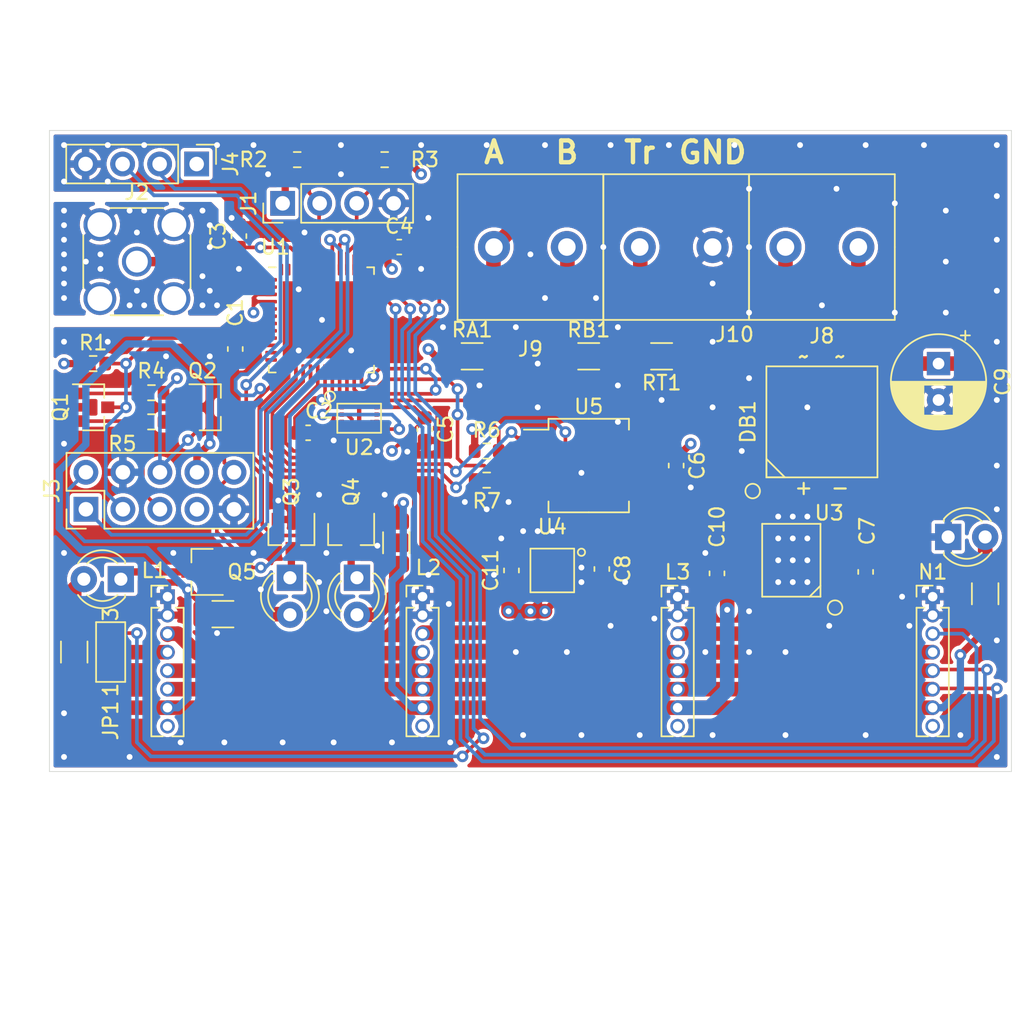
<source format=kicad_pcb>
(kicad_pcb (version 20171130) (host pcbnew "(5.1.10)-1")
  (layers (0 F.Cu signal) (1 In1.Cu signal) (2 In2.Cu signal) (31 B.Cu signal) (34 B.Paste user) (35 F.Paste user) (36 B.SilkS user) (37 F.SilkS user) (38 B.Mask user) (39 F.Mask user) (44 Edge.Cuts user))
  (net 0 "")
  (net 1 GND)
  (net 2 EN)
  (net 3 +3V3)
  (net 4 VDC)
  (net 5 +5V)
  (net 6 SCL)
  (net 7 SDA)
  (net 8 LNA)
  (net 9 BOOT_MODE)
  (net 10 DTR)
  (net 11 RTS)
  (net 12 RXD0)
  (net 13 TXD0)
  (net 14 CONV_START)
  (net 15 SPI_0_CLK)
  (net 16 SPI_0_MISO)
  (net 17 SPI_0_MOSI)
  (net 18 "Net-(Q1-Pad1)")
  (net 19 "Net-(Q2-Pad1)")
  (net 20 RE)
  (net 21 DE)
  (net 22 RS485_A)
  (net 23 RS485_B)
  (net 24 RS485_TR)
  (net 25 "Net-(U1-Pad48)")
  (net 26 "Net-(U1-Pad47)")
  (net 27 "Net-(U1-Pad45)")
  (net 28 "Net-(U1-Pad44)")
  (net 29 "Net-(U1-Pad33)")
  (net 30 "Net-(U1-Pad32)")
  (net 31 "Net-(U1-Pad31)")
  (net 32 "Net-(U1-Pad30)")
  (net 33 "Net-(U1-Pad29)")
  (net 34 "Net-(U1-Pad28)")
  (net 35 "Net-(U1-Pad27)")
  (net 36 "Net-(U1-Pad26)")
  (net 37 "Net-(U1-Pad25)")
  (net 38 SPI_1_CS)
  (net 39 SPI_1_MOSI)
  (net 40 SPI_1_MISO)
  (net 41 SPI_1_CLK)
  (net 42 TXD1)
  (net 43 RXD1)
  (net 44 ACT_LED)
  (net 45 ALERT_2)
  (net 46 ALERT_1)
  (net 47 "Net-(U1-Pad11)")
  (net 48 "Net-(U1-Pad10)")
  (net 49 "Net-(U1-Pad8)")
  (net 50 "Net-(U1-Pad7)")
  (net 51 "Net-(U1-Pad6)")
  (net 52 "Net-(U1-Pad5)")
  (net 53 "Net-(DB1-Pad2)")
  (net 54 "Net-(DB1-Pad4)")
  (net 55 "Net-(U2-Pad7)")
  (net 56 "Net-(U2-Pad3)")
  (net 57 "Net-(JP1-Pad2)")
  (net 58 "Net-(L1-Pad3)")
  (net 59 "Net-(L2-Pad3)")
  (net 60 "Net-(L3-Pad3)")
  (net 61 "Net-(LED_ACT1-Pad2)")
  (net 62 "Net-(LED_ACT1-Pad1)")
  (net 63 "Net-(LED_ALERT_1-Pad2)")
  (net 64 "Net-(LED_ALERT_1-Pad1)")
  (net 65 "Net-(LED_ALERT_2-Pad2)")
  (net 66 "Net-(LED_ALERT_2-Pad1)")
  (net 67 "Net-(LED_PWR1-Pad2)")
  (module Resistor_SMD:R_1206_3216Metric (layer F.Cu) (at 164.2 61.8 90)
    (fp_text reference R_LED_PWR1 hide)
    (fp_text value TBD)
    (pad 2 smd roundrect (at 1.4625 0 90) (size 1.125 1.75) (layers F.Cu F.Paste F.Mask) (roundrect_rratio 0.222222) (net 67 "Net-(LED_PWR1-Pad2)"))
    (pad 1 smd roundrect (at -1.4625 0 90) (size 1.125 1.75) (layers F.Cu F.Paste F.Mask) (roundrect_rratio 0.222222) (net 5 +5V))
  )
  (module Resistor_SMD:R_1206_3216Metric (layer F.Cu) (at 111.9 63.2)
    (fp_text reference R_LED_ALERT_2 hide)
    (fp_text value TBD)
    (pad 2 smd roundrect (at 1.4625 0) (size 1.125 1.75) (layers F.Cu F.Paste F.Mask) (roundrect_rratio 0.222222) (net 65 "Net-(LED_ALERT_2-Pad2)"))
    (pad 1 smd roundrect (at -1.4625 0) (size 1.125 1.75) (layers F.Cu F.Paste F.Mask) (roundrect_rratio 0.222222) (net 5 +5V))
  )
  (module Resistor_SMD:R_1206_3216Metric (layer F.Cu) (at 123.8 58.3 270)
    (fp_text reference R_LED_ALERT_1 hide)
    (fp_text value TBD)
    (pad 2 smd roundrect (at 1.4625 0 270) (size 1.125 1.75) (layers F.Cu F.Paste F.Mask) (roundrect_rratio 0.222222) (net 63 "Net-(LED_ALERT_1-Pad2)"))
    (pad 1 smd roundrect (at -1.4625 0 270) (size 1.125 1.75) (layers F.Cu F.Paste F.Mask) (roundrect_rratio 0.222222) (net 5 +5V))
  )
  (module Resistor_SMD:R_1206_3216Metric (layer F.Cu) (at 101.7 65.8 90)
    (fp_text reference R_LED_ACT1 hide)
    (fp_text value TBD)
    (pad 2 smd roundrect (at 1.4625 0 90) (size 1.125 1.75) (layers F.Cu F.Paste F.Mask) (roundrect_rratio 0.222222) (net 61 "Net-(LED_ACT1-Pad2)"))
    (pad 1 smd roundrect (at -1.4625 0 90) (size 1.125 1.75) (layers F.Cu F.Paste F.Mask) (roundrect_rratio 0.222222) (net 5 +5V))
  )
  (module Package_TO_SOT_SMD:SOT-23 (layer F.Cu) (at 110.5 60.3 180)
    (fp_text reference Q5 (at -2.7 0) (layer F.SilkS))
    (fp_text value Q_NPN_BEC)
    (pad 3 smd rect (at 1 0 180) (size 0.9 0.8) (layers F.Cu F.Paste F.Mask) (net 62 "Net-(LED_ACT1-Pad1)"))
    (pad 2 smd rect (at -1 0.95 180) (size 0.9 0.8) (layers F.Cu F.Paste F.Mask) (net 1 GND))
    (pad 1 smd rect (at -1 -0.95 180) (size 0.9 0.8) (layers F.Cu F.Paste F.Mask) (net 44 ACT_LED))
  )
  (module Package_TO_SOT_SMD:SOT-23 (layer F.Cu) (at 120.7 57.7 270)
    (fp_text reference Q4 (at -2.9 0 90) (layer F.SilkS))
    (fp_text value Q_NPN_BEC)
    (pad 3 smd rect (at 1 0 270) (size 0.9 0.8) (layers F.Cu F.Paste F.Mask) (net 64 "Net-(LED_ALERT_1-Pad1)"))
    (pad 2 smd rect (at -1 0.95 270) (size 0.9 0.8) (layers F.Cu F.Paste F.Mask) (net 1 GND))
    (pad 1 smd rect (at -1 -0.95 270) (size 0.9 0.8) (layers F.Cu F.Paste F.Mask) (net 46 ALERT_1))
  )
  (module Package_TO_SOT_SMD:SOT-23 (layer F.Cu) (at 116.6 57.7 270)
    (fp_text reference Q3 (at -2.9 0 90) (layer F.SilkS))
    (fp_text value Q_NPN_BEC)
    (pad 3 smd rect (at 1 0 270) (size 0.9 0.8) (layers F.Cu F.Paste F.Mask) (net 66 "Net-(LED_ALERT_2-Pad1)"))
    (pad 2 smd rect (at -1 0.95 270) (size 0.9 0.8) (layers F.Cu F.Paste F.Mask) (net 1 GND))
    (pad 1 smd rect (at -1 -0.95 270) (size 0.9 0.8) (layers F.Cu F.Paste F.Mask) (net 45 ALERT_2))
  )
  (module LED_THT:LED_D3.0mm (layer F.Cu) (at 161.66 57.9)
    (fp_text reference LED_PWR1 hide)
    (fp_text value LED)
    (pad 2 thru_hole circle (at 2.54 0) (size 1.8 1.8) (drill 0.9) (layers *.Cu *.Mask) (net 67 "Net-(LED_PWR1-Pad2)"))
    (pad 1 thru_hole rect (at 0 0) (size 1.8 1.8) (drill 0.9) (layers *.Cu *.Mask) (net 1 GND))
  )
  (module LED_THT:LED_D3.0mm (layer F.Cu) (at 116.5 60.7 270)
    (fp_text reference LED_ALERT_2 hide)
    (fp_text value LED)
    (pad 2 thru_hole circle (at 2.54 0 270) (size 1.8 1.8) (drill 0.9) (layers *.Cu *.Mask) (net 65 "Net-(LED_ALERT_2-Pad2)"))
    (pad 1 thru_hole rect (at 0 0 270) (size 1.8 1.8) (drill 0.9) (layers *.Cu *.Mask) (net 66 "Net-(LED_ALERT_2-Pad1)"))
  )
  (module LED_THT:LED_D3.0mm (layer F.Cu) (at 121.1 60.7 270)
    (fp_text reference LED_ALERT_1 hide)
    (fp_text value LED)
    (pad 2 thru_hole circle (at 2.54 0 270) (size 1.8 1.8) (drill 0.9) (layers *.Cu *.Mask) (net 63 "Net-(LED_ALERT_1-Pad2)"))
    (pad 1 thru_hole rect (at 0 0 270) (size 1.8 1.8) (drill 0.9) (layers *.Cu *.Mask) (net 64 "Net-(LED_ALERT_1-Pad1)"))
  )
  (module LED_THT:LED_D3.0mm (layer F.Cu) (at 104.9 60.8 180)
    (fp_text reference LED_ACT1 hide)
    (fp_text value LED)
    (pad 2 thru_hole circle (at 2.54 0 180) (size 1.8 1.8) (drill 0.9) (layers *.Cu *.Mask) (net 61 "Net-(LED_ACT1-Pad2)"))
    (pad 1 thru_hole rect (at 0 0 180) (size 1.8 1.8) (drill 0.9) (layers *.Cu *.Mask) (net 62 "Net-(LED_ACT1-Pad1)"))
  )
  (module Connector_PinHeader_2.54mm:PinHeader_1x04_P2.54mm_Vertical (layer F.Cu) (at 110.1 32.3 270)
    (fp_text reference J4 (at 0 -2.33 90) (layer F.SilkS))
    (fp_text value Conn_01x04)
    (pad 4 thru_hole oval (at 0 7.62 270) (size 1.7 1.7) (drill 1) (layers *.Cu *.Mask) (net 1 GND))
    (pad 3 thru_hole oval (at 0 5.08 270) (size 1.7 1.7) (drill 1) (layers *.Cu *.Mask) (net 45 ALERT_2))
    (pad 2 thru_hole oval (at 0 2.54 270) (size 1.7 1.7) (drill 1) (layers *.Cu *.Mask) (net 46 ALERT_1))
    (pad 1 thru_hole rect (at 0 0 270) (size 1.7 1.7) (drill 1) (layers *.Cu *.Mask) (net 3 +3V3))
  )
  (module Capacitor_THT:CP_Radial_D6.3mm_P2.50mm (layer F.Cu) (at 161 46 270)
    (fp_text reference C9 (at 1.25 -4.4 90) (layer F.SilkS))
    (fp_text value 4700u)
    (pad 2 thru_hole circle (at 2.5 0 270) (size 1.6 1.6) (drill 0.8) (layers *.Cu *.Mask) (net 1 GND))
    (pad 1 thru_hole rect (at 0 0 270) (size 1.6 1.6) (drill 0.8) (layers *.Cu *.Mask) (net 4 VDC))
  )
  (module PowerMonitor-ControllerBoard:1792863 (layer F.Cu) (at 143 38)
    (fp_text reference J10 (at 4 6) (layer F.SilkS))
    (fp_text value Conn_01x02)
    (pad 2 thru_hole circle (at 2.5 0) (size 2.2 2.2) (drill 1.2) (layers *.Cu *.Mask) (net 1 GND))
    (pad 1 thru_hole circle (at -2.5 0) (size 2.2 2.2) (drill 1.2) (layers *.Cu *.Mask) (net 24 RS485_TR))
  )
  (module PowerMonitor-ControllerBoard:1792863 (layer F.Cu) (at 133 38)
    (fp_text reference J9 (at 0 7) (layer F.SilkS))
    (fp_text value Conn_01x02)
    (pad 2 thru_hole circle (at 2.5 0) (size 2.2 2.2) (drill 1.2) (layers *.Cu *.Mask) (net 23 RS485_B))
    (pad 1 thru_hole circle (at -2.5 0) (size 2.2 2.2) (drill 1.2) (layers *.Cu *.Mask) (net 22 RS485_A))
  )
  (module PowerMonitor-ControllerBoard:1792863 (layer F.Cu) (at 153 38 180)
    (fp_text reference J8 (at 0 -6.1) (layer F.SilkS))
    (fp_text value Conn_01x02)
    (pad 2 thru_hole circle (at 2.5 0 180) (size 2.2 2.2) (drill 1.2) (layers *.Cu *.Mask) (net 53 "Net-(DB1-Pad2)"))
    (pad 1 thru_hole circle (at -2.5 0 180) (size 2.2 2.2) (drill 1.2) (layers *.Cu *.Mask) (net 54 "Net-(DB1-Pad4)"))
  )
  (module "PowerMonitor-ControllerBoard:USON-8L 3x2 ZR" (layer F.Cu) (at 121.25 49.75)
    (fp_text reference U2 (at 0 2) (layer F.SilkS))
    (fp_text value APS1604M-3SQR-ZR)
    (pad EP smd rect (at 0 0) (size 0.3 1.7) (layers F.Cu F.Paste F.Mask))
    (pad 8 smd rect (at 1.2 -0.75) (size 0.3 0.3) (layers F.Cu F.Paste F.Mask) (net 3 +3V3))
    (pad 7 smd rect (at 1.2 -0.25) (size 0.3 0.3) (layers F.Cu F.Paste F.Mask) (net 55 "Net-(U2-Pad7)"))
    (pad 6 smd rect (at 1.2 0.25) (size 0.3 0.3) (layers F.Cu F.Paste F.Mask) (net 41 SPI_1_CLK))
    (pad 5 smd rect (at 1.2 0.75) (size 0.3 0.3) (layers F.Cu F.Paste F.Mask) (net 39 SPI_1_MOSI))
    (pad 4 smd rect (at -1.2 0.75) (size 0.3 0.3) (layers F.Cu F.Paste F.Mask) (net 1 GND))
    (pad 3 smd rect (at -1.2 0.25) (size 0.3 0.3) (layers F.Cu F.Paste F.Mask) (net 56 "Net-(U2-Pad3)"))
    (pad 2 smd rect (at -1.2 -0.25) (size 0.3 0.3) (layers F.Cu F.Paste F.Mask) (net 40 SPI_1_MISO))
    (pad 1 smd rect (at -1.2 -0.75) (size 0.3 0.3) (layers F.Cu F.Paste F.Mask) (net 38 SPI_1_CS))
  )
  (module "PowerMonitor-ControllerBoard:DFN6 3x3 0.95" (layer F.Cu) (at 134.5 60.2 180)
    (fp_text reference U4 (at 0 3 180) (layer F.SilkS))
    (fp_text value NCP691MN33T2G hide)
    (pad EP smd rect (at 0 0 180) (size 2.6 1.7) (layers F.Cu F.Paste F.Mask) (net 1 GND))
    (pad 6 smd rect (at -0.95 -1.34 180) (size 0.45 0.63) (layers F.Cu F.Paste F.Mask) (net 5 +5V))
    (pad 5 smd rect (at 0 -1.34 180) (size 0.45 0.63) (layers F.Cu F.Paste F.Mask) (net 3 +3V3))
    (pad 4 smd rect (at 0.95 -1.34 180) (size 0.45 0.63) (layers F.Cu F.Paste F.Mask) (net 3 +3V3))
    (pad 3 smd rect (at 0.95 1.34 180) (size 0.45 0.63) (layers F.Cu F.Paste F.Mask) (net 1 GND))
    (pad 2 smd rect (at 0 1.34 180) (size 0.45 0.63) (layers F.Cu F.Paste F.Mask) (net 1 GND))
    (pad 1 smd rect (at -0.95 1.34 180) (size 0.45 0.63) (layers F.Cu F.Paste F.Mask) (net 5 +5V))
  )
  (module PowerMonitor-ControllerBoard:HSOP-6J (layer F.Cu) (at 150.9 59.5 90)
    (fp_text reference U3 (at 3.25 2.6) (layer F.SilkS))
    (fp_text value R1518S501B-E2-FE)
    (pad 6 smd rect (at -1.9 -3 90) (size 0.6 1.2) (layers F.Cu F.Paste F.Mask) (net 5 +5V))
    (pad 5 smd rect (at 0 -3 90) (size 1.7 1.2) (layers F.Cu F.Paste F.Mask) (net 1 GND))
    (pad 4 smd rect (at 1.9 -3 90) (size 0.6 1.2) (layers F.Cu F.Paste F.Mask) (net 4 VDC))
    (pad 3 smd rect (at 1.9 3 90) (size 0.6 1.2) (layers F.Cu F.Paste F.Mask))
    (pad 2 smd rect (at 0 3 90) (size 1.7 1.2) (layers F.Cu F.Paste F.Mask) (net 1 GND))
    (pad 1 smd rect (at -1.9 3 90) (size 0.6 1.2) (layers F.Cu F.Paste F.Mask) (net 4 VDC))
  )
  (module PowerMonitor-ControllerBoard:DF01S-T (layer F.Cu) (at 153 50 180)
    (fp_text reference DB1 (at 5.08 0 90) (layer F.SilkS))
    (fp_text value DF01S-T)
    (fp_text user ~~ (at -1.25 4.5) (layer F.SilkS))
    (fp_text user ~~ (at 1.25 4.5) (layer F.SilkS))
    (fp_text user ~ (at 1.25 4.5) (layer F.SilkS))
    (fp_text user - (at -1.25 -4.5) (layer F.SilkS))
    (fp_text user + (at 1.25 -4.5) (layer F.SilkS))
    (pad 2 smd rect (at 2.6 4.37 180) (size 1.2 1.524) (layers F.Cu F.Paste F.Mask) (net 53 "Net-(DB1-Pad2)"))
    (pad 1 smd rect (at 2.6 -4.37 180) (size 1.2 1.524) (layers F.Cu F.Paste F.Mask) (net 4 VDC))
    (pad 4 smd rect (at -2.6 4.37 180) (size 1.2 1.524) (layers F.Cu F.Paste F.Mask) (net 54 "Net-(DB1-Pad4)"))
    (pad 3 smd rect (at -2.6 -4.37 180) (size 1.2 1.524) (layers F.Cu F.Paste F.Mask) (net 1 GND))
  )
  (module Package_SO:SO-8_5.3x6.2mm_P1.27mm (layer F.Cu) (at 137 53)
    (fp_text reference U5 (at 0 -4.05) (layer F.SilkS))
    (fp_text value MAX3485)
    (pad 8 smd roundrect (at 3.5 -1.905) (size 1.9 0.6) (layers F.Cu F.Paste F.Mask) (net 3 +3V3))
    (pad 7 smd roundrect (at 3.5 -0.635) (size 1.9 0.6) (layers F.Cu F.Paste F.Mask) (net 23 RS485_B))
    (pad 6 smd roundrect (at 3.5 0.635) (size 1.9 0.6) (layers F.Cu F.Paste F.Mask) (net 22 RS485_A))
    (pad 5 smd roundrect (at 3.5 1.905) (size 1.9 0.6) (layers F.Cu F.Paste F.Mask) (net 1 GND))
    (pad 4 smd roundrect (at -3.5 1.905) (size 1.9 0.6) (layers F.Cu F.Paste F.Mask) (net 42 TXD1))
    (pad 3 smd roundrect (at -3.5 0.635) (size 1.9 0.6) (layers F.Cu F.Paste F.Mask) (net 21 DE))
    (pad 2 smd roundrect (at -3.5 -0.635) (size 1.9 0.6) (layers F.Cu F.Paste F.Mask) (net 20 RE))
    (pad 1 smd roundrect (at -3.5 -1.905) (size 1.9 0.6) (layers F.Cu F.Paste F.Mask) (net 43 RXD1))
  )
  (module Package_DFN_QFN:QFN-48-1EP_7x7mm_P0.5mm_EP5.3x5.3mm (layer F.Cu) (at 118.66 43)
    (fp_text reference U1 (at -3.16 -5) (layer F.SilkS))
    (fp_text value ESP32-PICO-D4)
    (pad 49 smd rect (at 0 0) (size 5.3 5.3) (layers F.Cu F.Mask) (net 1 GND))
    (pad 48 smd roundrect (at -2.75 -3.45) (size 0.25 0.8) (layers F.Cu F.Paste F.Mask) (net 25 "Net-(U1-Pad48)"))
    (pad 47 smd roundrect (at -2.25 -3.45) (size 0.25 0.8) (layers F.Cu F.Paste F.Mask) (net 26 "Net-(U1-Pad47)"))
    (pad 46 smd roundrect (at -1.75 -3.45) (size 0.25 0.8) (layers F.Cu F.Paste F.Mask) (net 3 +3V3))
    (pad 45 smd roundrect (at -1.25 -3.45) (size 0.25 0.8) (layers F.Cu F.Paste F.Mask) (net 27 "Net-(U1-Pad45)"))
    (pad 44 smd roundrect (at -0.75 -3.45) (size 0.25 0.8) (layers F.Cu F.Paste F.Mask) (net 28 "Net-(U1-Pad44)"))
    (pad 43 smd roundrect (at -0.25 -3.45) (size 0.25 0.8) (layers F.Cu F.Paste F.Mask) (net 3 +3V3))
    (pad 42 smd roundrect (at 0.25 -3.45) (size 0.25 0.8) (layers F.Cu F.Paste F.Mask) (net 7 SDA))
    (pad 41 smd roundrect (at 0.75 -3.45) (size 0.25 0.8) (layers F.Cu F.Paste F.Mask) (net 13 TXD0))
    (pad 40 smd roundrect (at 1.25 -3.45) (size 0.25 0.8) (layers F.Cu F.Paste F.Mask) (net 12 RXD0))
    (pad 39 smd roundrect (at 1.75 -3.45) (size 0.25 0.8) (layers F.Cu F.Paste F.Mask) (net 6 SCL))
    (pad 38 smd roundrect (at 2.25 -3.45) (size 0.25 0.8) (layers F.Cu F.Paste F.Mask) (net 16 SPI_0_MISO))
    (pad 37 smd roundrect (at 2.75 -3.45) (size 0.25 0.8) (layers F.Cu F.Paste F.Mask) (net 3 +3V3))
    (pad 36 smd roundrect (at 3.45 -2.75) (size 0.8 0.25) (layers F.Cu F.Paste F.Mask) (net 17 SPI_0_MOSI))
    (pad 35 smd roundrect (at 3.45 -2.25) (size 0.8 0.25) (layers F.Cu F.Paste F.Mask) (net 15 SPI_0_CLK))
    (pad 34 smd roundrect (at 3.45 -1.75) (size 0.8 0.25) (layers F.Cu F.Paste F.Mask) (net 14 CONV_START))
    (pad 33 smd roundrect (at 3.45 -1.25) (size 0.8 0.25) (layers F.Cu F.Paste F.Mask) (net 29 "Net-(U1-Pad33)"))
    (pad 32 smd roundrect (at 3.45 -0.75) (size 0.8 0.25) (layers F.Cu F.Paste F.Mask) (net 30 "Net-(U1-Pad32)"))
    (pad 31 smd roundrect (at 3.45 -0.25) (size 0.8 0.25) (layers F.Cu F.Paste F.Mask) (net 31 "Net-(U1-Pad31)"))
    (pad 30 smd roundrect (at 3.45 0.25) (size 0.8 0.25) (layers F.Cu F.Paste F.Mask) (net 32 "Net-(U1-Pad30)"))
    (pad 29 smd roundrect (at 3.45 0.75) (size 0.8 0.25) (layers F.Cu F.Paste F.Mask) (net 33 "Net-(U1-Pad29)"))
    (pad 28 smd roundrect (at 3.45 1.25) (size 0.8 0.25) (layers F.Cu F.Paste F.Mask) (net 34 "Net-(U1-Pad28)"))
    (pad 27 smd roundrect (at 3.45 1.75) (size 0.8 0.25) (layers F.Cu F.Paste F.Mask) (net 35 "Net-(U1-Pad27)"))
    (pad 26 smd roundrect (at 3.45 2.25) (size 0.8 0.25) (layers F.Cu F.Paste F.Mask) (net 36 "Net-(U1-Pad26)"))
    (pad 25 smd roundrect (at 3.45 2.75) (size 0.8 0.25) (layers F.Cu F.Paste F.Mask) (net 37 "Net-(U1-Pad25)"))
    (pad 24 smd roundrect (at 2.75 3.45) (size 0.25 0.8) (layers F.Cu F.Paste F.Mask) (net 21 DE))
    (pad 23 smd roundrect (at 2.25 3.45) (size 0.25 0.8) (layers F.Cu F.Paste F.Mask) (net 9 BOOT_MODE))
    (pad 22 smd roundrect (at 1.75 3.45) (size 0.25 0.8) (layers F.Cu F.Paste F.Mask) (net 20 RE))
    (pad 21 smd roundrect (at 1.25 3.45) (size 0.25 0.8) (layers F.Cu F.Paste F.Mask) (net 38 SPI_1_CS))
    (pad 20 smd roundrect (at 0.75 3.45) (size 0.25 0.8) (layers F.Cu F.Paste F.Mask) (net 39 SPI_1_MOSI))
    (pad 19 smd roundrect (at 0.25 3.45) (size 0.25 0.8) (layers F.Cu F.Paste F.Mask) (net 3 +3V3))
    (pad 18 smd roundrect (at -0.25 3.45) (size 0.25 0.8) (layers F.Cu F.Paste F.Mask) (net 40 SPI_1_MISO))
    (pad 17 smd roundrect (at -0.75 3.45) (size 0.25 0.8) (layers F.Cu F.Paste F.Mask) (net 41 SPI_1_CLK))
    (pad 16 smd roundrect (at -1.25 3.45) (size 0.25 0.8) (layers F.Cu F.Paste F.Mask) (net 42 TXD1))
    (pad 15 smd roundrect (at -1.75 3.45) (size 0.25 0.8) (layers F.Cu F.Paste F.Mask) (net 43 RXD1))
    (pad 14 smd roundrect (at -2.25 3.45) (size 0.25 0.8) (layers F.Cu F.Paste F.Mask) (net 44 ACT_LED))
    (pad 13 smd roundrect (at -2.75 3.45) (size 0.25 0.8) (layers F.Cu F.Paste F.Mask) (net 45 ALERT_2))
    (pad 12 smd roundrect (at -3.45 2.75) (size 0.8 0.25) (layers F.Cu F.Paste F.Mask) (net 46 ALERT_1))
    (pad 11 smd roundrect (at -3.45 2.25) (size 0.8 0.25) (layers F.Cu F.Paste F.Mask) (net 47 "Net-(U1-Pad11)"))
    (pad 10 smd roundrect (at -3.45 1.75) (size 0.8 0.25) (layers F.Cu F.Paste F.Mask) (net 48 "Net-(U1-Pad10)"))
    (pad 9 smd roundrect (at -3.45 1.25) (size 0.8 0.25) (layers F.Cu F.Paste F.Mask) (net 2 EN))
    (pad 8 smd roundrect (at -3.45 0.75) (size 0.8 0.25) (layers F.Cu F.Paste F.Mask) (net 49 "Net-(U1-Pad8)"))
    (pad 7 smd roundrect (at -3.45 0.25) (size 0.8 0.25) (layers F.Cu F.Paste F.Mask) (net 50 "Net-(U1-Pad7)"))
    (pad 6 smd roundrect (at -3.45 -0.25) (size 0.8 0.25) (layers F.Cu F.Paste F.Mask) (net 51 "Net-(U1-Pad6)"))
    (pad 5 smd roundrect (at -3.45 -0.75) (size 0.8 0.25) (layers F.Cu F.Paste F.Mask) (net 52 "Net-(U1-Pad5)"))
    (pad 4 smd roundrect (at -3.45 -1.25) (size 0.8 0.25) (layers F.Cu F.Paste F.Mask) (net 3 +3V3))
    (pad 3 smd roundrect (at -3.45 -1.75) (size 0.8 0.25) (layers F.Cu F.Paste F.Mask) (net 3 +3V3))
    (pad 2 smd roundrect (at -3.45 -2.25) (size 0.8 0.25) (layers F.Cu F.Paste F.Mask) (net 8 LNA))
    (pad 1 smd roundrect (at -3.45 -2.75) (size 0.8 0.25) (layers F.Cu F.Paste F.Mask) (net 3 +3V3))
  )
  (module Resistor_SMD:R_1206_3216Metric (layer F.Cu) (at 142 45.5 180)
    (fp_text reference RT1 (at 0 -1.82) (layer F.SilkS))
    (fp_text value 120)
    (pad 2 smd roundrect (at 1.4625 0 180) (size 1.125 1.75) (layers F.Cu F.Paste F.Mask) (roundrect_rratio 0.222222) (net 24 RS485_TR))
    (pad 1 smd roundrect (at -1.4625 0 180) (size 1.125 1.75) (layers F.Cu F.Paste F.Mask) (roundrect_rratio 0.222222) (net 22 RS485_A))
  )
  (module Resistor_SMD:R_1206_3216Metric (layer F.Cu) (at 137 45.5)
    (fp_text reference RB1 (at 0 -1.82) (layer F.SilkS))
    (fp_text value 1k)
    (pad 2 smd roundrect (at 1.4625 0) (size 1.125 1.75) (layers F.Cu F.Paste F.Mask) (roundrect_rratio 0.222222) (net 1 GND))
    (pad 1 smd roundrect (at -1.4625 0) (size 1.125 1.75) (layers F.Cu F.Paste F.Mask) (roundrect_rratio 0.222222) (net 23 RS485_B))
  )
  (module Resistor_SMD:R_1206_3216Metric (layer F.Cu) (at 129 45.5)
    (fp_text reference RA1 (at 0 -1.82) (layer F.SilkS))
    (fp_text value 1k)
    (pad 2 smd roundrect (at 1.4625 0) (size 1.125 1.75) (layers F.Cu F.Paste F.Mask) (roundrect_rratio 0.222222) (net 22 RS485_A))
    (pad 1 smd roundrect (at -1.4625 0) (size 1.125 1.75) (layers F.Cu F.Paste F.Mask) (roundrect_rratio 0.222222) (net 3 +3V3))
  )
  (module Resistor_SMD:R_0603_1608Metric (layer F.Cu) (at 130 54 180)
    (fp_text reference R7 (at 0 -1.43) (layer F.SilkS))
    (fp_text value 10k)
    (pad 2 smd roundrect (at 0.825 0 180) (size 0.8 0.95) (layers F.Cu F.Paste F.Mask) (net 1 GND))
    (pad 1 smd roundrect (at -0.825 0 180) (size 0.8 0.95) (layers F.Cu F.Paste F.Mask) (net 21 DE))
  )
  (module Resistor_SMD:R_0603_1608Metric (layer F.Cu) (at 130 52)
    (fp_text reference R6 (at 0 -1.43) (layer F.SilkS))
    (fp_text value 10k)
    (pad 2 smd roundrect (at 0.825 0) (size 0.8 0.95) (layers F.Cu F.Paste F.Mask) (net 20 RE))
    (pad 1 smd roundrect (at -0.825 0) (size 0.8 0.95) (layers F.Cu F.Paste F.Mask) (net 3 +3V3))
  )
  (module Resistor_SMD:R_0603_1608Metric (layer F.Cu) (at 107 50)
    (fp_text reference R5 (at -2 1.5) (layer F.SilkS))
    (fp_text value 1k)
    (pad 2 smd roundrect (at 0.825 0) (size 0.8 0.95) (layers F.Cu F.Paste F.Mask) (net 19 "Net-(Q2-Pad1)"))
    (pad 1 smd roundrect (at -0.825 0) (size 0.8 0.95) (layers F.Cu F.Paste F.Mask) (net 11 RTS))
  )
  (module Resistor_SMD:R_0603_1608Metric (layer F.Cu) (at 107 48 180)
    (fp_text reference R4 (at 0 1.5) (layer F.SilkS))
    (fp_text value 1k)
    (pad 2 smd roundrect (at 0.825 0 180) (size 0.8 0.95) (layers F.Cu F.Paste F.Mask) (net 18 "Net-(Q1-Pad1)"))
    (pad 1 smd roundrect (at -0.825 0 180) (size 0.8 0.95) (layers F.Cu F.Paste F.Mask) (net 10 DTR))
  )
  (module Resistor_SMD:R_0603_1608Metric (layer F.Cu) (at 123 32 180)
    (fp_text reference R3 (at -2.75 0) (layer F.SilkS))
    (fp_text value 2k2)
    (pad 2 smd roundrect (at 0.825 0 180) (size 0.8 0.95) (layers F.Cu F.Paste F.Mask) (net 6 SCL))
    (pad 1 smd roundrect (at -0.825 0 180) (size 0.8 0.95) (layers F.Cu F.Paste F.Mask) (net 3 +3V3))
  )
  (module Resistor_SMD:R_0603_1608Metric (layer F.Cu) (at 117 32)
    (fp_text reference R2 (at -3 0) (layer F.SilkS))
    (fp_text value 2k2)
    (pad 2 smd roundrect (at 0.825 0) (size 0.8 0.95) (layers F.Cu F.Paste F.Mask) (net 7 SDA))
    (pad 1 smd roundrect (at -0.825 0) (size 0.8 0.95) (layers F.Cu F.Paste F.Mask) (net 3 +3V3))
  )
  (module Resistor_SMD:R_0603_1608Metric (layer F.Cu) (at 103 46)
    (fp_text reference R1 (at 0 -1.43) (layer F.SilkS))
    (fp_text value 10k)
    (pad 2 smd roundrect (at 0.825 0) (size 0.8 0.95) (layers F.Cu F.Paste F.Mask) (net 2 EN))
    (pad 1 smd roundrect (at -0.825 0) (size 0.8 0.95) (layers F.Cu F.Paste F.Mask) (net 3 +3V3))
  )
  (module Package_TO_SOT_SMD:SOT-23 (layer F.Cu) (at 111 49)
    (fp_text reference Q2 (at -0.5 -2.5) (layer F.SilkS))
    (fp_text value Q_NPN_BEC)
    (pad 3 smd rect (at 1 0) (size 0.9 0.8) (layers F.Cu F.Paste F.Mask) (net 9 BOOT_MODE))
    (pad 2 smd rect (at -1 0.95) (size 0.9 0.8) (layers F.Cu F.Paste F.Mask) (net 10 DTR))
    (pad 1 smd rect (at -1 -0.95) (size 0.9 0.8) (layers F.Cu F.Paste F.Mask) (net 19 "Net-(Q2-Pad1)"))
  )
  (module Package_TO_SOT_SMD:SOT-23 (layer F.Cu) (at 103 49)
    (fp_text reference Q1 (at -2.25 0 270) (layer F.SilkS))
    (fp_text value Q_NPN_BEC)
    (pad 3 smd rect (at 1 0) (size 0.9 0.8) (layers F.Cu F.Paste F.Mask) (net 2 EN))
    (pad 2 smd rect (at -1 0.95) (size 0.9 0.8) (layers F.Cu F.Paste F.Mask) (net 11 RTS))
    (pad 1 smd rect (at -1 -0.95) (size 0.9 0.8) (layers F.Cu F.Paste F.Mask) (net 18 "Net-(Q1-Pad1)"))
  )
  (module Jumper:SolderJumper-3_P1.3mm_Bridged2Bar12_Pad1.0x1.5mm_NumberLabels (layer F.Cu) (at 104.2 65.8 90)
    (fp_text reference JP1 (at -4.7 0 90) (layer F.SilkS))
    (fp_text value DATA_OUT_SEL)
    (fp_poly (pts (xy -0.9 -0.6) (xy -0.4 -0.6) (xy -0.4 -0.2) (xy -0.9 -0.2)) (layer F.Cu) (width 0))
    (fp_poly (pts (xy -0.9 0.2) (xy -0.4 0.2) (xy -0.4 0.6) (xy -0.9 0.6)) (layer F.Cu) (width 0))
    (fp_text user 1 (at -2.6 0 90) (layer F.SilkS))
    (fp_text user 3 (at 2.6 0 90) (layer F.SilkS))
    (pad 2 smd rect (at 0 0 90) (size 1 1.5) (layers F.Cu F.Mask) (net 57 "Net-(JP1-Pad2)"))
    (pad 3 smd rect (at 1.3 0 90) (size 1 1.5) (layers F.Cu F.Mask) (net 17 SPI_0_MOSI))
    (pad 1 smd rect (at -1.3 0 90) (size 1 1.5) (layers F.Cu F.Mask) (net 1 GND))
  )
  (module Connector_PinHeader_1.27mm:PinHeader_1x08_P1.27mm_Vertical (layer F.Cu) (at 160.6 62)
    (fp_text reference N1 (at 0 -1.695) (layer F.SilkS))
    (fp_text value Conn_01x08)
    (pad 8 thru_hole oval (at 0 8.89) (size 1 1) (drill 0.65) (layers *.Cu *.Mask) (net 3 +3V3))
    (pad 7 thru_hole oval (at 0 7.62) (size 1 1) (drill 0.65) (layers *.Cu *.Mask) (net 5 +5V))
    (pad 6 thru_hole oval (at 0 6.35) (size 1 1) (drill 0.65) (layers *.Cu *.Mask) (net 14 CONV_START))
    (pad 5 thru_hole oval (at 0 5.08) (size 1 1) (drill 0.65) (layers *.Cu *.Mask) (net 15 SPI_0_CLK))
    (pad 4 thru_hole oval (at 0 3.81) (size 1 1) (drill 0.65) (layers *.Cu *.Mask) (net 60 "Net-(L3-Pad3)"))
    (pad 3 thru_hole oval (at 0 2.54) (size 1 1) (drill 0.65) (layers *.Cu *.Mask) (net 16 SPI_0_MISO))
    (pad 2 thru_hole oval (at 0 1.27) (size 1 1) (drill 0.65) (layers *.Cu *.Mask) (net 1 GND))
    (pad 1 thru_hole rect (at 0 0) (size 1 1) (drill 0.65) (layers *.Cu *.Mask) (net 1 GND))
  )
  (module Connector_PinHeader_1.27mm:PinHeader_1x08_P1.27mm_Vertical (layer F.Cu) (at 143.1 62)
    (fp_text reference L3 (at 0 -1.695) (layer F.SilkS))
    (fp_text value Conn_01x08)
    (pad 8 thru_hole oval (at 0 8.89) (size 1 1) (drill 0.65) (layers *.Cu *.Mask) (net 3 +3V3))
    (pad 7 thru_hole oval (at 0 7.62) (size 1 1) (drill 0.65) (layers *.Cu *.Mask) (net 5 +5V))
    (pad 6 thru_hole oval (at 0 6.35) (size 1 1) (drill 0.65) (layers *.Cu *.Mask) (net 14 CONV_START))
    (pad 5 thru_hole oval (at 0 5.08) (size 1 1) (drill 0.65) (layers *.Cu *.Mask) (net 15 SPI_0_CLK))
    (pad 4 thru_hole oval (at 0 3.81) (size 1 1) (drill 0.65) (layers *.Cu *.Mask) (net 59 "Net-(L2-Pad3)"))
    (pad 3 thru_hole oval (at 0 2.54) (size 1 1) (drill 0.65) (layers *.Cu *.Mask) (net 60 "Net-(L3-Pad3)"))
    (pad 2 thru_hole oval (at 0 1.27) (size 1 1) (drill 0.65) (layers *.Cu *.Mask) (net 1 GND))
    (pad 1 thru_hole rect (at 0 0) (size 1 1) (drill 0.65) (layers *.Cu *.Mask) (net 1 GND))
  )
  (module Connector_PinHeader_1.27mm:PinHeader_1x08_P1.27mm_Vertical (layer F.Cu) (at 125.6 62)
    (fp_text reference L2 (at 0.4 -2) (layer F.SilkS))
    (fp_text value Conn_01x08)
    (pad 8 thru_hole oval (at 0 8.89) (size 1 1) (drill 0.65) (layers *.Cu *.Mask) (net 3 +3V3))
    (pad 7 thru_hole oval (at 0 7.62) (size 1 1) (drill 0.65) (layers *.Cu *.Mask) (net 5 +5V))
    (pad 6 thru_hole oval (at 0 6.35) (size 1 1) (drill 0.65) (layers *.Cu *.Mask) (net 14 CONV_START))
    (pad 5 thru_hole oval (at 0 5.08) (size 1 1) (drill 0.65) (layers *.Cu *.Mask) (net 15 SPI_0_CLK))
    (pad 4 thru_hole oval (at 0 3.81) (size 1 1) (drill 0.65) (layers *.Cu *.Mask) (net 58 "Net-(L1-Pad3)"))
    (pad 3 thru_hole oval (at 0 2.54) (size 1 1) (drill 0.65) (layers *.Cu *.Mask) (net 59 "Net-(L2-Pad3)"))
    (pad 2 thru_hole oval (at 0 1.27) (size 1 1) (drill 0.65) (layers *.Cu *.Mask) (net 1 GND))
    (pad 1 thru_hole rect (at 0 0) (size 1 1) (drill 0.65) (layers *.Cu *.Mask) (net 1 GND))
  )
  (module Connector_PinHeader_1.27mm:PinHeader_1x08_P1.27mm_Vertical (layer F.Cu) (at 108.1 62)
    (fp_text reference L1 (at -0.9 -1.8) (layer F.SilkS))
    (fp_text value Conn_01x08)
    (pad 8 thru_hole oval (at 0 8.89) (size 1 1) (drill 0.65) (layers *.Cu *.Mask) (net 3 +3V3))
    (pad 7 thru_hole oval (at 0 7.62) (size 1 1) (drill 0.65) (layers *.Cu *.Mask) (net 5 +5V))
    (pad 6 thru_hole oval (at 0 6.35) (size 1 1) (drill 0.65) (layers *.Cu *.Mask) (net 14 CONV_START))
    (pad 5 thru_hole oval (at 0 5.08) (size 1 1) (drill 0.65) (layers *.Cu *.Mask) (net 15 SPI_0_CLK))
    (pad 4 thru_hole oval (at 0 3.81) (size 1 1) (drill 0.65) (layers *.Cu *.Mask) (net 57 "Net-(JP1-Pad2)"))
    (pad 3 thru_hole oval (at 0 2.54) (size 1 1) (drill 0.65) (layers *.Cu *.Mask) (net 58 "Net-(L1-Pad3)"))
    (pad 2 thru_hole oval (at 0 1.27) (size 1 1) (drill 0.65) (layers *.Cu *.Mask) (net 1 GND))
    (pad 1 thru_hole rect (at 0 0) (size 1 1) (drill 0.65) (layers *.Cu *.Mask) (net 1 GND))
  )
  (module Connector_PinHeader_2.54mm:PinHeader_2x05_P2.54mm_Vertical (layer F.Cu) (at 102.5 56 90)
    (fp_text reference J3 (at 1.27 -2.33 90) (layer F.SilkS))
    (fp_text value Conn_02x05_Counter_Clockwise)
    (pad 10 thru_hole oval (at 2.54 10.16 90) (size 1.7 1.7) (drill 1) (layers *.Cu *.Mask) (net 9 BOOT_MODE))
    (pad 9 thru_hole oval (at 0 10.16 90) (size 1.7 1.7) (drill 1) (layers *.Cu *.Mask) (net 1 GND))
    (pad 8 thru_hole oval (at 2.54 7.62 90) (size 1.7 1.7) (drill 1) (layers *.Cu *.Mask) (net 5 +5V))
    (pad 7 thru_hole oval (at 0 7.62 90) (size 1.7 1.7) (drill 1) (layers *.Cu *.Mask) (net 3 +3V3))
    (pad 6 thru_hole oval (at 2.54 5.08 90) (size 1.7 1.7) (drill 1) (layers *.Cu *.Mask) (net 10 DTR))
    (pad 5 thru_hole oval (at 0 5.08 90) (size 1.7 1.7) (drill 1) (layers *.Cu *.Mask) (net 11 RTS))
    (pad 4 thru_hole oval (at 2.54 2.54 90) (size 1.7 1.7) (drill 1) (layers *.Cu *.Mask) (net 1 GND))
    (pad 3 thru_hole oval (at 0 2.54 90) (size 1.7 1.7) (drill 1) (layers *.Cu *.Mask) (net 2 EN))
    (pad 2 thru_hole oval (at 2.54 0 90) (size 1.7 1.7) (drill 1) (layers *.Cu *.Mask) (net 12 RXD0))
    (pad 1 thru_hole rect (at 0 0 90) (size 1.7 1.7) (drill 1) (layers *.Cu *.Mask) (net 13 TXD0))
  )
  (module Connector_Coaxial:SMA_Wurth_60312002114503_Vertical (layer F.Cu) (at 106 39)
    (fp_text reference J2 (at 0 -4.75) (layer F.SilkS))
    (fp_text value Conn_Coaxial)
    (pad 2 thru_hole circle (at -2.54 2.54) (size 2.25 2.25) (drill 1.7) (layers *.Cu *.Mask) (net 1 GND))
    (pad 2 thru_hole circle (at -2.54 -2.54) (size 2.25 2.25) (drill 1.7) (layers *.Cu *.Mask) (net 1 GND))
    (pad 2 thru_hole circle (at 2.54 -2.54) (size 2.25 2.25) (drill 1.7) (layers *.Cu *.Mask) (net 1 GND))
    (pad 2 thru_hole circle (at 2.54 2.54) (size 2.25 2.25) (drill 1.7) (layers *.Cu *.Mask) (net 1 GND))
    (pad 1 thru_hole circle (at 0 0) (size 2.05 2.05) (drill 1.5) (layers *.Cu *.Mask) (net 8 LNA))
  )
  (module Connector_PinHeader_2.54mm:PinHeader_1x04_P2.54mm_Vertical (layer F.Cu) (at 116 35 90)
    (fp_text reference J1 (at 0 -2.33 90) (layer F.SilkS))
    (fp_text value CON_I2C)
    (pad 4 thru_hole oval (at 0 7.62 90) (size 1.7 1.7) (drill 1) (layers *.Cu *.Mask) (net 1 GND))
    (pad 3 thru_hole oval (at 0 5.08 90) (size 1.7 1.7) (drill 1) (layers *.Cu *.Mask) (net 6 SCL))
    (pad 2 thru_hole oval (at 0 2.54 90) (size 1.7 1.7) (drill 1) (layers *.Cu *.Mask) (net 7 SDA))
    (pad 1 thru_hole rect (at 0 0 90) (size 1.7 1.7) (drill 1) (layers *.Cu *.Mask) (net 3 +3V3))
  )
  (module Capacitor_SMD:C_0603_1608Metric (layer F.Cu) (at 131.7 60.2 90)
    (fp_text reference C11 (at 0 -1.43 90) (layer F.SilkS))
    (fp_text value 1u)
    (pad 2 smd roundrect (at 0.775 0 90) (size 0.9 0.95) (layers F.Cu F.Paste F.Mask) (net 1 GND))
    (pad 1 smd roundrect (at -0.775 0 90) (size 0.9 0.95) (layers F.Cu F.Paste F.Mask) (net 3 +3V3))
  )
  (module Capacitor_SMD:C_0603_1608Metric (layer F.Cu) (at 145.8 60.4 90)
    (fp_text reference C10 (at 3.2 0 90) (layer F.SilkS))
    (fp_text value 0.1u)
    (pad 2 smd roundrect (at 0.775 0 90) (size 0.9 0.95) (layers F.Cu F.Paste F.Mask) (net 1 GND))
    (pad 1 smd roundrect (at -0.775 0 90) (size 0.9 0.95) (layers F.Cu F.Paste F.Mask) (net 5 +5V))
  )
  (module Capacitor_SMD:C_0603_1608Metric (layer F.Cu) (at 137.9 60.1 270)
    (fp_text reference C8 (at 0 -1.43 90) (layer F.SilkS))
    (fp_text value 1u)
    (pad 2 smd roundrect (at 0.775 0 270) (size 0.9 0.95) (layers F.Cu F.Paste F.Mask) (net 1 GND))
    (pad 1 smd roundrect (at -0.775 0 270) (size 0.9 0.95) (layers F.Cu F.Paste F.Mask) (net 5 +5V))
  )
  (module Capacitor_SMD:C_0603_1608Metric (layer F.Cu) (at 156 60.3 90)
    (fp_text reference C7 (at 2.8 0.1 90) (layer F.SilkS))
    (fp_text value 0.1u)
    (pad 2 smd roundrect (at 0.775 0 90) (size 0.9 0.95) (layers F.Cu F.Paste F.Mask) (net 1 GND))
    (pad 1 smd roundrect (at -0.775 0 90) (size 0.9 0.95) (layers F.Cu F.Paste F.Mask) (net 4 VDC))
  )
  (module Capacitor_SMD:C_0603_1608Metric (layer F.Cu) (at 143 53 270)
    (fp_text reference C6 (at 0 -1.43 90) (layer F.SilkS))
    (fp_text value 0.1u)
    (pad 2 smd roundrect (at 0.775 0 270) (size 0.9 0.95) (layers F.Cu F.Paste F.Mask) (net 1 GND))
    (pad 1 smd roundrect (at -0.775 0 270) (size 0.9 0.95) (layers F.Cu F.Paste F.Mask) (net 3 +3V3))
  )
  (module Capacitor_SMD:C_0603_1608Metric (layer F.Cu) (at 125.75 50.5 270)
    (fp_text reference C5 (at 0 -1.43 90) (layer F.SilkS))
    (fp_text value 0.1u)
    (pad 2 smd roundrect (at 0.775 0 270) (size 0.9 0.95) (layers F.Cu F.Paste F.Mask) (net 1 GND))
    (pad 1 smd roundrect (at -0.775 0 270) (size 0.9 0.95) (layers F.Cu F.Paste F.Mask) (net 3 +3V3))
  )
  (module Capacitor_SMD:C_0603_1608Metric (layer F.Cu) (at 124 38)
    (fp_text reference C4 (at 0 -1.43) (layer F.SilkS))
    (fp_text value 0.1u)
    (pad 2 smd roundrect (at 0.775 0) (size 0.9 0.95) (layers F.Cu F.Paste F.Mask) (net 1 GND))
    (pad 1 smd roundrect (at -0.775 0) (size 0.9 0.95) (layers F.Cu F.Paste F.Mask) (net 3 +3V3))
  )
  (module Capacitor_SMD:C_0603_1608Metric (layer F.Cu) (at 113 37.25 90)
    (fp_text reference C3 (at 0 -1.43 90) (layer F.SilkS))
    (fp_text value 0.1u)
    (pad 2 smd roundrect (at 0.775 0 90) (size 0.9 0.95) (layers F.Cu F.Paste F.Mask) (net 1 GND))
    (pad 1 smd roundrect (at -0.775 0 90) (size 0.9 0.95) (layers F.Cu F.Paste F.Mask) (net 3 +3V3))
  )
  (module Capacitor_SMD:C_0603_1608Metric (layer F.Cu) (at 117.75 50.75)
    (fp_text reference C2 (at 0.75 -1.5) (layer F.SilkS))
    (fp_text value 0.1u)
    (pad 2 smd roundrect (at 0.775 0) (size 0.9 0.95) (layers F.Cu F.Paste F.Mask) (net 1 GND))
    (pad 1 smd roundrect (at -0.775 0) (size 0.9 0.95) (layers F.Cu F.Paste F.Mask) (net 3 +3V3))
  )
  (module Capacitor_SMD:C_0603_1608Metric (layer F.Cu) (at 112.75 45 270)
    (fp_text reference C1 (at -2.5 0 90) (layer F.SilkS))
    (fp_text value 0.1u)
    (pad 2 smd roundrect (at 0.775 0 270) (size 0.9 0.95) (layers F.Cu F.Paste F.Mask) (net 1 GND))
    (pad 1 smd roundrect (at -0.775 0 270) (size 0.9 0.95) (layers F.Cu F.Paste F.Mask) (net 2 EN))
  )
  (gr_line (start 100 30) (end 100 74) (layer Edge.Cuts) (width 0.05))
  (gr_line (start 100 30) (end 166 30) (layer Edge.Cuts) (width 0.05))
  (gr_line (start 166 74) (end 166 30) (layer Edge.Cuts) (width 0.05))
  (gr_line (start 100 74) (end 166 74) (layer Edge.Cuts) (width 0.05))
  (gr_text GND (at 145.5 31.5) (layer F.SilkS) (effects (font (size 1.5 1.5) (thickness 0.3))))
  (gr_text Tr (at 140.5 31.5) (layer F.SilkS) (effects (font (size 1.5 1.5) (thickness 0.3))))
  (gr_text B (at 135.5 31.5) (layer F.SilkS) (effects (font (size 1.5 1.5) (thickness 0.3))))
  (gr_text A (at 130.5 31.5) (layer F.SilkS) (effects (font (size 1.5 1.5) (thickness 0.3)) (justify mirror)))
  (via (at 118.7 43) (size 0.8) (drill 0.4) (layers F.Cu B.Cu) (net 1))
  (via (at 117.1 45.1) (size 0.8) (drill 0.4) (layers F.Cu B.Cu) (net 1))
  (via (at 120.7 45.1) (size 0.8) (drill 0.4) (layers F.Cu B.Cu) (net 1))
  (via (at 117.1 40.9) (size 0.8) (drill 0.4) (layers F.Cu B.Cu) (net 1))
  (segment (start 141.87 54.905) (end 140.5 54.905) (width 0.5) (layer F.Cu) (net 1))
  (segment (start 143 53.775) (end 141.87 54.905) (width 0.5) (layer F.Cu) (net 1))
  (segment (start 155.6 54.37) (end 155.6 56.3) (width 1) (layer F.Cu) (net 1))
  (segment (start 156 56.7) (end 156 59.525) (width 1) (layer F.Cu) (net 1))
  (segment (start 155.6 56.3) (end 156 56.7) (width 1) (layer F.Cu) (net 1))
  (segment (start 153.925 59.525) (end 153.9 59.5) (width 1) (layer F.Cu) (net 1))
  (segment (start 156 59.525) (end 153.925 59.525) (width 1) (layer F.Cu) (net 1))
  (via (at 101 31) (size 0.8) (drill 0.4) (layers F.Cu B.Cu) (net 1))
  (via (at 101 33.5) (size 0.8) (drill 0.4) (layers F.Cu B.Cu) (net 1))
  (via (at 104 31) (size 0.8) (drill 0.4) (layers F.Cu B.Cu) (net 1))
  (via (at 106.5 31) (size 0.8) (drill 0.4) (layers F.Cu B.Cu) (net 1))
  (via (at 104 33.5) (size 0.8) (drill 0.4) (layers F.Cu B.Cu) (net 1))
  (via (at 111.5 31) (size 0.8) (drill 0.4) (layers F.Cu B.Cu) (net 1))
  (via (at 114 31) (size 0.8) (drill 0.4) (layers F.Cu B.Cu) (net 1))
  (via (at 120 31) (size 0.8) (drill 0.4) (layers F.Cu B.Cu) (net 1))
  (via (at 125.5 31) (size 0.8) (drill 0.4) (layers F.Cu B.Cu) (net 1))
  (via (at 130 31) (size 0.8) (drill 0.4) (layers F.Cu B.Cu) (net 1))
  (via (at 134 31) (size 0.8) (drill 0.4) (layers F.Cu B.Cu) (net 1))
  (via (at 138.5 31) (size 0.8) (drill 0.4) (layers F.Cu B.Cu) (net 1))
  (via (at 142.5 31) (size 0.8) (drill 0.4) (layers F.Cu B.Cu) (net 1))
  (via (at 147 31) (size 0.8) (drill 0.4) (layers F.Cu B.Cu) (net 1))
  (via (at 151.5 31) (size 0.8) (drill 0.4) (layers F.Cu B.Cu) (net 1))
  (via (at 156 31) (size 0.8) (drill 0.4) (layers F.Cu B.Cu) (net 1))
  (via (at 160 31) (size 0.8) (drill 0.4) (layers F.Cu B.Cu) (net 1))
  (via (at 165 31) (size 0.8) (drill 0.4) (layers F.Cu B.Cu) (net 1))
  (via (at 165 34.5) (size 0.8) (drill 0.4) (layers F.Cu B.Cu) (net 1))
  (via (at 165 37.5) (size 0.8) (drill 0.4) (layers F.Cu B.Cu) (net 1))
  (via (at 165 41) (size 0.8) (drill 0.4) (layers F.Cu B.Cu) (net 1))
  (via (at 165 44.5) (size 0.8) (drill 0.4) (layers F.Cu B.Cu) (net 1))
  (via (at 165 48.5) (size 0.8) (drill 0.4) (layers F.Cu B.Cu) (net 1))
  (via (at 165 53) (size 0.8) (drill 0.4) (layers F.Cu B.Cu) (net 1))
  (via (at 165 56) (size 0.8) (drill 0.4) (layers F.Cu B.Cu) (net 1))
  (via (at 165 65) (size 0.8) (drill 0.4) (layers F.Cu B.Cu) (net 1))
  (via (at 165 73) (size 0.8) (drill 0.4) (layers F.Cu B.Cu) (net 1))
  (via (at 127.5 72) (size 0.8) (drill 0.4) (layers F.Cu B.Cu) (net 1))
  (via (at 132.5 71.5) (size 0.8) (drill 0.4) (layers F.Cu B.Cu) (net 1))
  (via (at 136.5 71.5) (size 0.8) (drill 0.4) (layers F.Cu B.Cu) (net 1))
  (via (at 140.5 71.5) (size 0.8) (drill 0.4) (layers F.Cu B.Cu) (net 1))
  (via (at 145.5 71.5) (size 0.8) (drill 0.4) (layers F.Cu B.Cu) (net 1))
  (via (at 150.5 71.5) (size 0.8) (drill 0.4) (layers F.Cu B.Cu) (net 1))
  (via (at 156 71.5) (size 0.8) (drill 0.4) (layers F.Cu B.Cu) (net 1))
  (via (at 162.5 71.5) (size 0.8) (drill 0.4) (layers F.Cu B.Cu) (net 1))
  (via (at 123.5 72) (size 0.8) (drill 0.4) (layers F.Cu B.Cu) (net 1))
  (via (at 119.5 72) (size 0.8) (drill 0.4) (layers F.Cu B.Cu) (net 1))
  (via (at 116 72) (size 0.8) (drill 0.4) (layers F.Cu B.Cu) (net 1))
  (via (at 112 72) (size 0.8) (drill 0.4) (layers F.Cu B.Cu) (net 1))
  (via (at 109 72) (size 0.8) (drill 0.4) (layers F.Cu B.Cu) (net 1))
  (via (at 105.5 73) (size 0.8) (drill 0.4) (layers F.Cu B.Cu) (net 1))
  (via (at 101 73) (size 0.8) (drill 0.4) (layers F.Cu B.Cu) (net 1))
  (via (at 101 70) (size 0.8) (drill 0.4) (layers F.Cu B.Cu) (net 1))
  (via (at 101 59) (size 0.8) (drill 0.4) (layers F.Cu B.Cu) (net 1))
  (via (at 101 51.5) (size 0.8) (drill 0.4) (layers F.Cu B.Cu) (net 1))
  (via (at 101 44.5) (size 0.8) (drill 0.4) (layers F.Cu B.Cu) (net 1))
  (via (at 104 44.5) (size 0.8) (drill 0.4) (layers F.Cu B.Cu) (net 1))
  (via (at 108 45.5) (size 0.8) (drill 0.4) (layers F.Cu B.Cu) (net 1))
  (via (at 111 45.5) (size 0.8) (drill 0.4) (layers F.Cu B.Cu) (net 1))
  (via (at 108.5 59) (size 0.8) (drill 0.4) (layers F.Cu B.Cu) (net 1))
  (via (at 114 59) (size 0.8) (drill 0.4) (layers F.Cu B.Cu) (net 1))
  (via (at 114.5 61.5) (size 0.8) (drill 0.4) (layers F.Cu B.Cu) (net 1))
  (via (at 111.5 64.5) (size 0.8) (drill 0.4) (layers F.Cu B.Cu) (net 1))
  (via (at 119 59) (size 0.8) (drill 0.4) (layers F.Cu B.Cu) (net 1))
  (via (at 118.5 55) (size 0.8) (drill 0.4) (layers F.Cu B.Cu) (net 1))
  (via (at 123 55) (size 0.8) (drill 0.4) (layers F.Cu B.Cu) (net 1))
  (via (at 122.5 52) (size 0.8) (drill 0.4) (layers F.Cu B.Cu) (net 1))
  (via (at 125.5 39.5) (size 0.8) (drill 0.4) (layers F.Cu B.Cu) (net 1))
  (via (at 112.5 36) (size 0.8) (drill 0.4) (layers F.Cu B.Cu) (net 1))
  (via (at 101 35.5) (size 0.8) (drill 0.4) (layers F.Cu B.Cu) (net 1))
  (via (at 101 36.5) (size 0.8) (drill 0.4) (layers F.Cu B.Cu) (net 1))
  (via (at 101 37.5) (size 0.8) (drill 0.4) (layers F.Cu B.Cu) (net 1))
  (via (at 101 38.5) (size 0.8) (drill 0.4) (layers F.Cu B.Cu) (net 1))
  (via (at 101 39.5) (size 0.8) (drill 0.4) (layers F.Cu B.Cu) (net 1))
  (via (at 101 40.5) (size 0.8) (drill 0.4) (layers F.Cu B.Cu) (net 1))
  (via (at 101 41.5) (size 0.8) (drill 0.4) (layers F.Cu B.Cu) (net 1))
  (via (at 105.5 35.5) (size 0.8) (drill 0.4) (layers F.Cu B.Cu) (net 1))
  (via (at 106.5 35.5) (size 0.8) (drill 0.4) (layers F.Cu B.Cu) (net 1))
  (via (at 105.5 42) (size 0.8) (drill 0.4) (layers F.Cu B.Cu) (net 1))
  (via (at 106.5 42) (size 0.8) (drill 0.4) (layers F.Cu B.Cu) (net 1))
  (via (at 103.5 38.5) (size 0.8) (drill 0.4) (layers F.Cu B.Cu) (net 1))
  (via (at 103.5 39.5) (size 0.8) (drill 0.4) (layers F.Cu B.Cu) (net 1))
  (via (at 110.5 35.5) (size 0.8) (drill 0.4) (layers F.Cu B.Cu) (net 1))
  (via (at 111 36.5) (size 0.8) (drill 0.4) (layers F.Cu B.Cu) (net 1))
  (via (at 110.5 42) (size 0.8) (drill 0.4) (layers F.Cu B.Cu) (net 1))
  (via (at 111.5 42) (size 0.8) (drill 0.4) (layers F.Cu B.Cu) (net 1))
  (via (at 113 39.5) (size 0.8) (drill 0.4) (layers F.Cu B.Cu) (net 1))
  (via (at 111 38) (size 0.8) (drill 0.4) (layers F.Cu B.Cu) (net 1))
  (via (at 110.5 40) (size 0.8) (drill 0.4) (layers F.Cu B.Cu) (net 1))
  (via (at 111 41) (size 0.8) (drill 0.4) (layers F.Cu B.Cu) (net 1))
  (via (at 106 37) (size 0.8) (drill 0.4) (layers F.Cu B.Cu) (net 1))
  (via (at 106 41) (size 0.8) (drill 0.4) (layers F.Cu B.Cu) (net 1))
  (via (at 102.5 39) (size 0.8) (drill 0.4) (layers F.Cu B.Cu) (net 1))
  (via (at 136.5 60) (size 0.8) (drill 0.4) (layers F.Cu B.Cu) (net 1))
  (via (at 136.5 61) (size 0.8) (drill 0.4) (layers F.Cu B.Cu) (net 1))
  (via (at 139.5 61) (size 0.8) (drill 0.4) (layers F.Cu B.Cu) (net 1))
  (via (at 134.5 57.5) (size 0.8) (drill 0.4) (layers F.Cu B.Cu) (net 1))
  (via (at 133.5 57.5) (size 0.8) (drill 0.4) (layers F.Cu B.Cu) (net 1))
  (via (at 132.5 57.5) (size 0.8) (drill 0.4) (layers F.Cu B.Cu) (net 1))
  (via (at 131 58) (size 0.8) (drill 0.4) (layers F.Cu B.Cu) (net 1))
  (via (at 135.5 65.8) (size 0.8) (drill 0.4) (layers F.Cu B.Cu) (net 1))
  (via (at 132 65.8) (size 0.8) (drill 0.4) (layers F.Cu B.Cu) (net 1))
  (via (at 141.5 63.5) (size 0.8) (drill 0.4) (layers F.Cu B.Cu) (net 1))
  (via (at 138.5 64) (size 0.8) (drill 0.4) (layers F.Cu B.Cu) (net 1))
  (via (at 145 65.8) (size 0.8) (drill 0.4) (layers F.Cu B.Cu) (net 1))
  (via (at 148 65.8) (size 0.8) (drill 0.4) (layers F.Cu B.Cu) (net 1))
  (via (at 148 63) (size 0.8) (drill 0.4) (layers F.Cu B.Cu) (net 1))
  (via (at 150.5 65.8) (size 0.8) (drill 0.4) (layers F.Cu B.Cu) (net 1))
  (via (at 159 64) (size 0.8) (drill 0.4) (layers F.Cu B.Cu) (net 1))
  (via (at 153.5 64) (size 0.8) (drill 0.4) (layers F.Cu B.Cu) (net 1))
  (via (at 158.5 62) (size 0.8) (drill 0.4) (layers F.Cu B.Cu) (net 1))
  (via (at 150 58) (size 0.8) (drill 0.4) (layers F.Cu B.Cu) (net 1))
  (via (at 150 59.5) (size 0.8) (drill 0.4) (layers F.Cu B.Cu) (net 1))
  (via (at 150 61) (size 0.8) (drill 0.4) (layers F.Cu B.Cu) (net 1))
  (via (at 151 61) (size 0.8) (drill 0.4) (layers F.Cu B.Cu) (net 1))
  (via (at 151 59.5) (size 0.8) (drill 0.4) (layers F.Cu B.Cu) (net 1))
  (via (at 151 58) (size 0.8) (drill 0.4) (layers F.Cu B.Cu) (net 1))
  (via (at 152 58) (size 0.8) (drill 0.4) (layers F.Cu B.Cu) (net 1))
  (via (at 152 59.5) (size 0.8) (drill 0.4) (layers F.Cu B.Cu) (net 1))
  (via (at 152 61) (size 0.8) (drill 0.4) (layers F.Cu B.Cu) (net 1))
  (via (at 150 56.5) (size 0.8) (drill 0.4) (layers F.Cu B.Cu) (net 1))
  (via (at 151 56.5) (size 0.8) (drill 0.4) (layers F.Cu B.Cu) (net 1))
  (via (at 152 56.5) (size 0.8) (drill 0.4) (layers F.Cu B.Cu) (net 1))
  (segment (start 118.775 50.5) (end 118.525 50.75) (width 0.25) (layer F.Cu) (net 1))
  (segment (start 120.05 50.5) (end 118.775 50.5) (width 0.25) (layer F.Cu) (net 1))
  (via (at 119.5 51.275) (size 0.8) (drill 0.4) (layers F.Cu B.Cu) (net 1))
  (segment (start 118.975 50.75) (end 119.5 51.275) (width 0.25) (layer F.Cu) (net 1))
  (segment (start 118.525 50.75) (end 118.975 50.75) (width 0.25) (layer F.Cu) (net 1))
  (via (at 139 47.5) (size 0.8) (drill 0.4) (layers F.Cu B.Cu) (net 1))
  (segment (start 138.4625 46.9625) (end 139 47.5) (width 0.5) (layer F.Cu) (net 1))
  (segment (start 138.4625 45.5) (end 138.4625 46.9625) (width 0.5) (layer F.Cu) (net 1))
  (via (at 144 54.5) (size 0.8) (drill 0.4) (layers F.Cu B.Cu) (net 1))
  (segment (start 143.275 53.775) (end 144 54.5) (width 0.5) (layer F.Cu) (net 1))
  (segment (start 143 53.775) (end 143.275 53.775) (width 0.5) (layer F.Cu) (net 1))
  (via (at 145 59) (size 0.8) (drill 0.4) (layers F.Cu B.Cu) (net 1))
  (segment (start 145.625 59.625) (end 145 59) (width 0.5) (layer F.Cu) (net 1))
  (segment (start 145.8 59.625) (end 145.625 59.625) (width 0.5) (layer F.Cu) (net 1))
  (segment (start 147.775 59.625) (end 147.9 59.5) (width 0.5) (layer F.Cu) (net 1))
  (segment (start 145.8 59.625) (end 147.775 59.625) (width 0.5) (layer F.Cu) (net 1))
  (segment (start 131.7 58.7) (end 131 58) (width 0.5) (layer F.Cu) (net 1))
  (segment (start 131.7 59.425) (end 131.7 58.7) (width 0.5) (layer F.Cu) (net 1))
  (segment (start 133.55 58.86) (end 133.55 58.55) (width 0.5) (layer F.Cu) (net 1))
  (segment (start 133.55 57.55) (end 133.5 57.5) (width 0.5) (layer F.Cu) (net 1))
  (segment (start 134.5 58.86) (end 134.5 57.5) (width 0.5) (layer F.Cu) (net 1))
  (segment (start 133.55 58.86) (end 133.55 58.45) (width 0.5) (layer F.Cu) (net 1))
  (segment (start 134.5 58.5) (end 133.5 57.5) (width 0.5) (layer F.Cu) (net 1))
  (segment (start 134.5 58.86) (end 134.5 58.5) (width 0.5) (layer F.Cu) (net 1))
  (segment (start 139.375 60.875) (end 139.5 61) (width 0.5) (layer F.Cu) (net 1))
  (segment (start 137.9 60.875) (end 139.375 60.875) (width 0.5) (layer F.Cu) (net 1))
  (segment (start 124.775 38.775) (end 125.5 39.5) (width 0.5) (layer F.Cu) (net 1))
  (segment (start 124.775 38) (end 124.775 38.775) (width 0.5) (layer F.Cu) (net 1))
  (via (at 124.553428 52.04488) (size 0.8) (drill 0.4) (layers F.Cu B.Cu) (net 1))
  (segment (start 124.98012 52.04488) (end 125.75 51.275) (width 0.5) (layer F.Cu) (net 1))
  (segment (start 124.553428 52.04488) (end 124.98012 52.04488) (width 0.5) (layer F.Cu) (net 1))
  (via (at 117.5 37) (size 0.8) (drill 0.4) (layers F.Cu B.Cu) (net 1))
  (via (at 115 33) (size 0.8) (drill 0.4) (layers F.Cu B.Cu) (net 1))
  (via (at 120 33) (size 0.8) (drill 0.4) (layers F.Cu B.Cu) (net 1))
  (via (at 126 36) (size 0.8) (drill 0.4) (layers F.Cu B.Cu) (net 1))
  (via (at 127 43.5) (size 0.8) (drill 0.4) (layers F.Cu B.Cu) (net 1))
  (via (at 129.5 47.5) (size 0.8) (drill 0.4) (layers F.Cu B.Cu) (net 1))
  (via (at 133.5 49) (size 0.8) (drill 0.4) (layers F.Cu B.Cu) (net 1))
  (via (at 133.5 46) (size 0.8) (drill 0.4) (layers F.Cu B.Cu) (net 1))
  (via (at 132 43.5) (size 0.8) (drill 0.4) (layers F.Cu B.Cu) (net 1))
  (via (at 134 41.5) (size 0.8) (drill 0.4) (layers F.Cu B.Cu) (net 1))
  (via (at 133 38.5) (size 0.8) (drill 0.4) (layers F.Cu B.Cu) (net 1))
  (via (at 137.5 41.5) (size 0.8) (drill 0.4) (layers F.Cu B.Cu) (net 1))
  (via (at 138 38) (size 0.8) (drill 0.4) (layers F.Cu B.Cu) (net 1))
  (via (at 139 43.5) (size 0.8) (drill 0.4) (layers F.Cu B.Cu) (net 1))
  (via (at 139 50) (size 0.8) (drill 0.4) (layers F.Cu B.Cu) (net 1))
  (via (at 148 38) (size 0.8) (drill 0.4) (layers F.Cu B.Cu) (net 1))
  (via (at 145.5 40.5) (size 0.8) (drill 0.4) (layers F.Cu B.Cu) (net 1))
  (via (at 145.5 44.5) (size 0.8) (drill 0.4) (layers F.Cu B.Cu) (net 1))
  (via (at 145.5 49) (size 0.8) (drill 0.4) (layers F.Cu B.Cu) (net 1))
  (via (at 142 48.5) (size 0.8) (drill 0.4) (layers F.Cu B.Cu) (net 1))
  (via (at 148 42.5) (size 0.8) (drill 0.4) (layers F.Cu B.Cu) (net 1))
  (via (at 148 47) (size 0.8) (drill 0.4) (layers F.Cu B.Cu) (net 1))
  (via (at 147.5 52) (size 0.8) (drill 0.4) (layers F.Cu B.Cu) (net 1))
  (via (at 136.5 53.5) (size 0.8) (drill 0.4) (layers F.Cu B.Cu) (net 1))
  (via (at 131.5 55.5) (size 0.8) (drill 0.4) (layers F.Cu B.Cu) (net 1))
  (via (at 128.5 55.5) (size 0.8) (drill 0.4) (layers F.Cu B.Cu) (net 1))
  (via (at 126 60.5) (size 0.8) (drill 0.4) (layers F.Cu B.Cu) (net 1))
  (via (at 127.4 62.5) (size 0.8) (drill 0.4) (layers F.Cu B.Cu) (net 1))
  (via (at 130.5 60.5) (size 0.8) (drill 0.4) (layers F.Cu B.Cu) (net 1))
  (via (at 130 56) (size 0.8) (drill 0.4) (layers F.Cu B.Cu) (net 1))
  (via (at 122.5 58.5) (size 0.8) (drill 0.4) (layers F.Cu B.Cu) (net 1))
  (via (at 119 63) (size 0.8) (drill 0.4) (layers F.Cu B.Cu) (net 1))
  (via (at 118.5 61) (size 0.8) (drill 0.4) (layers F.Cu B.Cu) (net 1))
  (via (at 161.5 39) (size 0.8) (drill 0.4) (layers F.Cu B.Cu) (net 1))
  (via (at 161.5 35.5) (size 0.8) (drill 0.4) (layers F.Cu B.Cu) (net 1))
  (via (at 154 34) (size 0.8) (drill 0.4) (layers F.Cu B.Cu) (net 1))
  (via (at 148 34) (size 0.8) (drill 0.4) (layers F.Cu B.Cu) (net 1))
  (via (at 161.5 42.5) (size 0.8) (drill 0.4) (layers F.Cu B.Cu) (net 1))
  (via (at 158 42.5) (size 0.8) (drill 0.4) (layers F.Cu B.Cu) (net 1))
  (via (at 158 35) (size 0.8) (drill 0.4) (layers F.Cu B.Cu) (net 1))
  (via (at 152 49) (size 0.8) (drill 0.4) (layers F.Cu B.Cu) (net 1))
  (via (at 153 42) (size 0.8) (drill 0.4) (layers F.Cu B.Cu) (net 1))
  (via (at 115.7 55.4) (size 0.8) (drill 0.4) (layers F.Cu B.Cu) (net 1))
  (segment (start 134.5 60.2) (end 134 60.2) (width 0.25) (layer F.Cu) (net 1))
  (segment (start 133.55 59.75) (end 133.55 58.86) (width 0.25) (layer F.Cu) (net 1))
  (segment (start 134 60.2) (end 133.55 59.75) (width 0.25) (layer F.Cu) (net 1))
  (via (at 105.25 49) (size 0.8) (drill 0.4) (layers F.Cu B.Cu) (net 2))
  (segment (start 104 49) (end 105.25 49) (width 0.25) (layer F.Cu) (net 2))
  (via (at 105.25 46) (size 0.8) (drill 0.4) (layers F.Cu B.Cu) (net 2))
  (segment (start 105.25 49) (end 105.25 46) (width 0.25) (layer B.Cu) (net 2))
  (segment (start 105.25 46) (end 103.825 46) (width 0.25) (layer F.Cu) (net 2))
  (segment (start 107 44.25) (end 105.25 46) (width 0.25) (layer F.Cu) (net 2))
  (segment (start 115.21 44.25) (end 107 44.25) (width 0.25) (layer F.Cu) (net 2))
  (segment (start 103.864999 50.385001) (end 105.25 49) (width 0.25) (layer B.Cu) (net 2))
  (segment (start 103.864999 54.824999) (end 103.864999 50.385001) (width 0.25) (layer B.Cu) (net 2))
  (segment (start 105.04 56) (end 103.864999 54.824999) (width 0.25) (layer B.Cu) (net 2))
  (segment (start 118.91 48.262347) (end 118.685 48.487347) (width 0.25) (layer F.Cu) (net 3))
  (segment (start 118.91 46.45) (end 118.91 48.262347) (width 0.25) (layer F.Cu) (net 3))
  (segment (start 125.025 49) (end 122.45 49) (width 0.25) (layer F.Cu) (net 3))
  (segment (start 125.75 49.725) (end 125.025 49) (width 0.25) (layer F.Cu) (net 3))
  (segment (start 141.87 51.095) (end 140.5 51.095) (width 0.5) (layer F.Cu) (net 3))
  (segment (start 143 52.225) (end 141.87 51.095) (width 0.5) (layer F.Cu) (net 3))
  (segment (start 118.685 48.487347) (end 118.685 48.487346) (width 0.5) (layer F.Cu) (net 3))
  (via (at 118.685 48.487347) (size 0.8) (drill 0.4) (layers F.Cu B.Cu) (net 3))
  (segment (start 118.237653 48.487347) (end 118.685 48.487347) (width 0.5) (layer F.Cu) (net 3))
  (segment (start 116.975 49.75) (end 118.237653 48.487347) (width 0.5) (layer F.Cu) (net 3))
  (segment (start 116.975 50.75) (end 116.975 49.75) (width 0.5) (layer F.Cu) (net 3))
  (segment (start 121.41 39.55) (end 121.41 38.84) (width 0.25) (layer F.Cu) (net 3))
  (segment (start 122.25 38) (end 121.41 38.84) (width 0.25) (layer F.Cu) (net 3))
  (segment (start 123.225 38) (end 122.25 38) (width 0.25) (layer F.Cu) (net 3))
  (segment (start 116.91 38.41) (end 116.525 38.025) (width 0.25) (layer F.Cu) (net 3))
  (segment (start 116.525 38.025) (end 114.475 38.025) (width 0.25) (layer F.Cu) (net 3))
  (via (at 114.475 38.025) (size 0.8) (drill 0.4) (layers F.Cu B.Cu) (net 3))
  (segment (start 114.475 38.025) (end 113 38.025) (width 0.25) (layer F.Cu) (net 3))
  (via (at 114 42.5) (size 0.8) (drill 0.4) (layers F.Cu B.Cu) (net 3))
  (segment (start 115.21 41.25) (end 114.25 41.25) (width 0.25) (layer F.Cu) (net 3))
  (segment (start 114.25 41.25) (end 114 41.5) (width 0.25) (layer F.Cu) (net 3))
  (segment (start 115.21 41.75) (end 114.25 41.75) (width 0.25) (layer F.Cu) (net 3))
  (segment (start 114 42) (end 114 42.5) (width 0.25) (layer F.Cu) (net 3))
  (segment (start 114.25 41.75) (end 114 42) (width 0.25) (layer F.Cu) (net 3))
  (segment (start 114 41.5) (end 114 42) (width 0.25) (layer F.Cu) (net 3))
  (segment (start 114.25 41.75) (end 114 41.5) (width 0.25) (layer F.Cu) (net 3))
  (segment (start 113 38.04) (end 113 38.025) (width 0.25) (layer F.Cu) (net 3))
  (segment (start 115.21 40.25) (end 113 38.04) (width 0.25) (layer F.Cu) (net 3))
  (via (at 101 46) (size 0.8) (drill 0.4) (layers F.Cu B.Cu) (net 3))
  (segment (start 102.175 46) (end 101 46) (width 0.5) (layer F.Cu) (net 3))
  (via (at 131.5 63) (size 0.8) (drill 0.4) (layers F.Cu B.Cu) (net 3))
  (via (at 133 63) (size 0.8) (drill 0.4) (layers F.Cu B.Cu) (net 3))
  (segment (start 133.55 62.45) (end 133 63) (width 0.5) (layer F.Cu) (net 3))
  (segment (start 133.55 61.54) (end 133.55 62.45) (width 0.5) (layer F.Cu) (net 3))
  (via (at 134 63) (size 0.8) (drill 0.4) (layers F.Cu B.Cu) (net 3))
  (segment (start 134.5 62.5) (end 134 63) (width 0.5) (layer F.Cu) (net 3))
  (segment (start 134.5 61.54) (end 134.5 62.5) (width 0.5) (layer F.Cu) (net 3))
  (segment (start 131.5 63) (end 134 63) (width 1) (layer F.Cu) (net 3))
  (segment (start 131.5 61.175) (end 131.7 60.975) (width 1) (layer F.Cu) (net 3))
  (segment (start 131.5 63) (end 131.5 61.175) (width 1) (layer F.Cu) (net 3))
  (via (at 123.5 52) (size 0.8) (drill 0.4) (layers F.Cu B.Cu) (net 3))
  (segment (start 125.75 49.823002) (end 124 51.573002) (width 0.25) (layer F.Cu) (net 3))
  (segment (start 125.75 49.725) (end 125.75 49.823002) (width 0.25) (layer F.Cu) (net 3))
  (via (at 126 45) (size 0.8) (drill 0.4) (layers F.Cu B.Cu) (net 3))
  (segment (start 126.5 45.5) (end 126 45) (width 0.5) (layer F.Cu) (net 3))
  (segment (start 127.5375 45.5) (end 126.5 45.5) (width 0.5) (layer F.Cu) (net 3))
  (via (at 144 51.5) (size 0.8) (drill 0.4) (layers F.Cu B.Cu) (net 3))
  (segment (start 143.275 52.225) (end 144 51.5) (width 0.5) (layer F.Cu) (net 3))
  (segment (start 143 52.225) (end 143.275 52.225) (width 0.5) (layer F.Cu) (net 3))
  (via (at 123.5 39.5) (size 0.8) (drill 0.4) (layers F.Cu B.Cu) (net 3))
  (segment (start 123.225 39.225) (end 123.5 39.5) (width 0.5) (layer F.Cu) (net 3))
  (segment (start 123.225 38) (end 123.225 39.225) (width 0.5) (layer F.Cu) (net 3))
  (via (at 125.5 33) (size 0.8) (drill 0.4) (layers F.Cu B.Cu) (net 3))
  (segment (start 124.5 32) (end 125.5 33) (width 0.5) (layer F.Cu) (net 3))
  (segment (start 123.825 32) (end 124.5 32) (width 0.5) (layer F.Cu) (net 3))
  (segment (start 116.175 34.825) (end 116 35) (width 0.5) (layer F.Cu) (net 3))
  (segment (start 116.175 32) (end 116.175 34.825) (width 0.5) (layer F.Cu) (net 3))
  (via (at 129 50.5) (size 0.8) (drill 0.4) (layers F.Cu B.Cu) (net 3))
  (segment (start 129.175 50.675) (end 129 50.5) (width 0.5) (layer F.Cu) (net 3))
  (segment (start 129.175 52) (end 129.175 50.675) (width 0.5) (layer F.Cu) (net 3))
  (segment (start 123.926998 51.573002) (end 123.5 52) (width 0.25) (layer F.Cu) (net 3))
  (segment (start 124 51.573002) (end 123.926998 51.573002) (width 0.25) (layer F.Cu) (net 3))
  (segment (start 118.41 39.55) (end 118.41 38.91) (width 0.25) (layer F.Cu) (net 3))
  (segment (start 118.41 38.91) (end 117.91 38.41) (width 0.25) (layer F.Cu) (net 3))
  (segment (start 117.09 38.41) (end 116.91 38.59) (width 0.25) (layer F.Cu) (net 3))
  (segment (start 116.91 38.59) (end 116.91 38.41) (width 0.25) (layer F.Cu) (net 3))
  (segment (start 116.91 39.55) (end 116.91 38.59) (width 0.25) (layer F.Cu) (net 3))
  (segment (start 117.91 38.41) (end 117.09 38.41) (width 0.25) (layer F.Cu) (net 3))
  (segment (start 117.09 38.41) (end 116.91 38.41) (width 0.25) (layer F.Cu) (net 3))
  (segment (start 150.4 54.37) (end 150.63 54.37) (width 1) (layer F.Cu) (net 4))
  (segment (start 159 46) (end 161 46) (width 1) (layer F.Cu) (net 4))
  (segment (start 150.63 54.37) (end 159 46) (width 1) (layer F.Cu) (net 4))
  (segment (start 161 46) (end 163 46) (width 1) (layer F.Cu) (net 4))
  (segment (start 163 46) (end 163.775 46.775) (width 1) (layer F.Cu) (net 4))
  (segment (start 163.775 46.775) (end 163.775 49.725) (width 1) (layer F.Cu) (net 4))
  (segment (start 163.775 49.725) (end 158.1 55.4) (width 1) (layer F.Cu) (net 4))
  (segment (start 156.475 61.075) (end 156 61.075) (width 1) (layer F.Cu) (net 4))
  (segment (start 158.1 59.45) (end 156.475 61.075) (width 1) (layer F.Cu) (net 4))
  (segment (start 158.1 55.4) (end 158.1 59.45) (width 1) (layer F.Cu) (net 4))
  (segment (start 155.675 61.4) (end 156 61.075) (width 1) (layer F.Cu) (net 4))
  (segment (start 153.9 61.4) (end 155.675 61.4) (width 1) (layer F.Cu) (net 4))
  (segment (start 150.4 54.55) (end 150.4 54.37) (width 0.25) (layer F.Cu) (net 4))
  (segment (start 147.9 57.05) (end 150.4 54.55) (width 0.25) (layer F.Cu) (net 4))
  (segment (start 147.9 57.6) (end 147.9 57.05) (width 0.25) (layer F.Cu) (net 4))
  (segment (start 146.025 61.4) (end 145.8 61.175) (width 1) (layer F.Cu) (net 5))
  (segment (start 147.9 61.4) (end 146.025 61.4) (width 1) (layer F.Cu) (net 5))
  (segment (start 108.28 69.62) (end 125.6 69.62) (width 1) (layer F.Cu) (net 5))
  (segment (start 108.1 69.62) (end 108.28 69.62) (width 1) (layer F.Cu) (net 5))
  (segment (start 125.6 69.62) (end 143.1 69.62) (width 1) (layer F.Cu) (net 5))
  (segment (start 143.1 69.62) (end 160.6 69.62) (width 1) (layer F.Cu) (net 5))
  (segment (start 143.1 69.62) (end 145.28 69.62) (width 1) (layer B.Cu) (net 5))
  (via (at 146.5 62.9) (size 0.8) (drill 0.4) (layers F.Cu B.Cu) (net 5))
  (segment (start 146.5 68.4) (end 146.5 62.9) (width 1) (layer B.Cu) (net 5))
  (segment (start 145.28 69.62) (end 146.5 68.4) (width 1) (layer B.Cu) (net 5))
  (segment (start 146.5 61.875) (end 145.8 61.175) (width 1) (layer F.Cu) (net 5))
  (segment (start 146.5 62.9) (end 146.5 61.875) (width 1) (layer F.Cu) (net 5))
  (segment (start 135.45 58.86) (end 135.45 58.45) (width 0.5) (layer F.Cu) (net 5))
  (segment (start 135.45 58.45) (end 135.9 58) (width 0.5) (layer F.Cu) (net 5))
  (segment (start 135.9 58) (end 137.2 58) (width 0.5) (layer F.Cu) (net 5))
  (segment (start 137.9 58.7) (end 137.9 59.325) (width 0.5) (layer F.Cu) (net 5))
  (segment (start 137.2 58) (end 137.9 58.7) (width 0.5) (layer F.Cu) (net 5))
  (segment (start 137.9 59.325) (end 140.825 59.325) (width 1) (layer F.Cu) (net 5))
  (segment (start 140.825 59.325) (end 142 60.5) (width 1) (layer F.Cu) (net 5))
  (segment (start 145.325 61.175) (end 145.8 61.175) (width 1) (layer F.Cu) (net 5))
  (segment (start 144.65 60.5) (end 145.325 61.175) (width 1) (layer F.Cu) (net 5))
  (segment (start 142 60.5) (end 144.65 60.5) (width 1) (layer F.Cu) (net 5))
  (segment (start 104.0575 69.62) (end 108.1 69.62) (width 1) (layer F.Cu) (net 5))
  (segment (start 101.7 67.2625) (end 104.0575 69.62) (width 1) (layer F.Cu) (net 5))
  (via (at 124.27501 55.562653) (size 0.8) (drill 0.4) (layers F.Cu B.Cu) (net 5))
  (segment (start 123.8 56.037663) (end 124.27501 55.562653) (width 0.5) (layer F.Cu) (net 5))
  (segment (start 123.8 56.8375) (end 123.8 56.037663) (width 0.5) (layer F.Cu) (net 5))
  (segment (start 124.27501 60.134992) (end 123.5 60.910002) (width 0.5) (layer B.Cu) (net 5))
  (segment (start 124.27501 55.562653) (end 124.27501 60.134992) (width 0.5) (layer B.Cu) (net 5))
  (segment (start 124.892894 69.62) (end 125.6 69.62) (width 0.5) (layer B.Cu) (net 5))
  (segment (start 123.5 68.227106) (end 124.892894 69.62) (width 0.5) (layer B.Cu) (net 5))
  (segment (start 123.5 60.910002) (end 123.5 68.227106) (width 0.5) (layer B.Cu) (net 5))
  (via (at 109.5 61.5) (size 0.8) (drill 0.4) (layers F.Cu B.Cu) (net 5))
  (segment (start 110.4375 62.4375) (end 109.5 61.5) (width 0.5) (layer F.Cu) (net 5))
  (segment (start 110.4375 63.2) (end 110.4375 62.4375) (width 0.5) (layer F.Cu) (net 5))
  (segment (start 108.807106 69.62) (end 108.1 69.62) (width 0.5) (layer B.Cu) (net 5))
  (segment (start 109.5 68.927106) (end 108.807106 69.62) (width 0.5) (layer B.Cu) (net 5))
  (segment (start 109.5 61.5) (end 109.5 68.927106) (width 0.5) (layer B.Cu) (net 5))
  (segment (start 135.45 61.54) (end 135.45 61.95) (width 0.5) (layer F.Cu) (net 5))
  (segment (start 135.45 61.95) (end 136 62.5) (width 0.5) (layer F.Cu) (net 5))
  (segment (start 136 62.5) (end 140 62.5) (width 0.5) (layer F.Cu) (net 5))
  (segment (start 140 62.5) (end 142 60.5) (width 0.5) (layer F.Cu) (net 5))
  (via (at 111 51.5) (size 0.8) (drill 0.4) (layers F.Cu B.Cu) (net 5))
  (segment (start 110.12 52.38) (end 111 51.5) (width 0.5) (layer F.Cu) (net 5))
  (segment (start 110.12 53.46) (end 110.12 52.38) (width 0.5) (layer F.Cu) (net 5))
  (segment (start 105.341999 44.649999) (end 102.5 47.491998) (width 0.5) (layer B.Cu) (net 5))
  (segment (start 108.408001 44.649999) (end 105.341999 44.649999) (width 0.5) (layer B.Cu) (net 5))
  (segment (start 111 47.241998) (end 108.408001 44.649999) (width 0.5) (layer B.Cu) (net 5))
  (segment (start 111 51.5) (end 111 47.241998) (width 0.5) (layer B.Cu) (net 5))
  (segment (start 102.5 51.535998) (end 100.67499 53.361008) (width 0.5) (layer B.Cu) (net 5))
  (segment (start 102.5 47.491998) (end 102.5 51.535998) (width 0.5) (layer B.Cu) (net 5))
  (segment (start 100.67499 57.273178) (end 102.176832 58.775018) (width 0.5) (layer B.Cu) (net 5))
  (segment (start 100.67499 53.361008) (end 100.67499 57.273178) (width 0.5) (layer B.Cu) (net 5))
  (segment (start 109.410002 61.5) (end 109.5 61.5) (width 0.5) (layer B.Cu) (net 5))
  (segment (start 106.68502 58.775018) (end 109.410002 61.5) (width 0.5) (layer B.Cu) (net 5))
  (segment (start 102.176832 58.775018) (end 106.68502 58.775018) (width 0.5) (layer B.Cu) (net 5))
  (via (at 162.5 66) (size 0.8) (drill 0.4) (layers F.Cu B.Cu) (net 5))
  (segment (start 164.2 64.3) (end 162.5 66) (width 0.5) (layer F.Cu) (net 5))
  (segment (start 164.2 63.2625) (end 164.2 64.3) (width 0.5) (layer F.Cu) (net 5))
  (segment (start 161.307106 69.62) (end 160.6 69.62) (width 0.5) (layer B.Cu) (net 5))
  (segment (start 162.5 68.427106) (end 161.307106 69.62) (width 0.5) (layer B.Cu) (net 5))
  (segment (start 162.5 66) (end 162.5 68.427106) (width 0.5) (layer B.Cu) (net 5))
  (segment (start 121.08 37.743005) (end 121.08 35) (width 0.25) (layer F.Cu) (net 6))
  (segment (start 120.41 38.413005) (end 121.08 37.743005) (width 0.25) (layer F.Cu) (net 6))
  (segment (start 120.41 39.55) (end 120.41 38.413005) (width 0.25) (layer F.Cu) (net 6))
  (segment (start 122.175 33.905) (end 121.08 35) (width 0.25) (layer F.Cu) (net 6))
  (segment (start 122.175 32) (end 122.175 33.905) (width 0.25) (layer F.Cu) (net 6))
  (segment (start 118.91 38.233002) (end 118.5 37.823002) (width 0.25) (layer F.Cu) (net 7))
  (segment (start 118.91 39.55) (end 118.91 38.233002) (width 0.25) (layer F.Cu) (net 7))
  (segment (start 118.5 35.04) (end 118.54 35) (width 0.25) (layer F.Cu) (net 7))
  (segment (start 118.5 37.823002) (end 118.5 35.04) (width 0.25) (layer F.Cu) (net 7))
  (segment (start 117.825 34.285) (end 118.54 35) (width 0.25) (layer F.Cu) (net 7))
  (segment (start 117.825 32) (end 117.825 34.285) (width 0.25) (layer F.Cu) (net 7))
  (segment (start 112.75 40.75) (end 115.21 40.75) (width 0.25) (layer F.Cu) (net 8))
  (segment (start 112.59999 40.59999) (end 111 39) (width 0.65) (layer F.Cu) (net 8))
  (segment (start 114.25 40.59999) (end 112.59999 40.59999) (width 0.65) (layer F.Cu) (net 8))
  (segment (start 111 39) (end 106 39) (width 0.65) (layer F.Cu) (net 8))
  (segment (start 120.91 46.45) (end 120.91 47.77359) (width 0.25) (layer F.Cu) (net 9))
  (segment (start 120.91 47.77359) (end 121.193205 48.056795) (width 0.25) (layer F.Cu) (net 9))
  (segment (start 121.193205 48.056795) (end 121.211399 48.074989) (width 0.25) (layer F.Cu) (net 9))
  (segment (start 121.211399 48.074989) (end 122.5 48.074989) (width 0.25) (layer F.Cu) (net 9))
  (segment (start 112 52.8) (end 112.66 53.46) (width 0.25) (layer F.Cu) (net 9))
  (segment (start 112 49) (end 112 52.8) (width 0.25) (layer F.Cu) (net 9))
  (segment (start 122.5 48.074989) (end 122.6864 48.074989) (width 0.25) (layer F.Cu) (net 9))
  (via (at 126.5 47.799999) (size 0.8) (drill 0.4) (layers F.Cu B.Cu) (net 9))
  (segment (start 126.22501 48.074989) (end 126.5 47.799999) (width 0.25) (layer F.Cu) (net 9))
  (segment (start 122.6864 48.074989) (end 126.22501 48.074989) (width 0.25) (layer F.Cu) (net 9))
  (via (at 125.82502 46.349998) (size 0.8) (drill 0.4) (layers F.Cu B.Cu) (net 9))
  (segment (start 126.5 47.024978) (end 125.82502 46.349998) (width 0.25) (layer B.Cu) (net 9))
  (segment (start 126.5 47.799999) (end 126.5 47.024978) (width 0.25) (layer B.Cu) (net 9))
  (via (at 122.227131 46.872543) (size 0.8) (drill 0.4) (layers F.Cu B.Cu) (net 9))
  (segment (start 122.650002 46.349998) (end 122 47) (width 0.25) (layer F.Cu) (net 9))
  (segment (start 125.82502 46.349998) (end 122.650002 46.349998) (width 0.25) (layer F.Cu) (net 9))
  (segment (start 118.599345 47.5) (end 116.5 49.599345) (width 0.25) (layer B.Cu) (net 9))
  (segment (start 121.5 47.5) (end 118.599345 47.5) (width 0.25) (layer B.Cu) (net 9))
  (segment (start 122 47) (end 121.5 47.5) (width 0.25) (layer B.Cu) (net 9))
  (via (at 114.5 60) (size 0.8) (drill 0.4) (layers F.Cu B.Cu) (net 9))
  (segment (start 114.814998 60) (end 114.5 60) (width 0.25) (layer B.Cu) (net 9))
  (segment (start 116.5 58.314998) (end 114.814998 60) (width 0.25) (layer B.Cu) (net 9))
  (segment (start 116.5 49.599345) (end 116.5 58.314998) (width 0.25) (layer B.Cu) (net 9))
  (segment (start 111.484999 54.635001) (end 112.66 53.46) (width 0.25) (layer F.Cu) (net 9))
  (segment (start 111.484999 57.558001) (end 111.484999 54.635001) (width 0.25) (layer F.Cu) (net 9))
  (segment (start 113.926998 60) (end 111.484999 57.558001) (width 0.25) (layer F.Cu) (net 9))
  (segment (start 114.5 60) (end 113.926998 60) (width 0.25) (layer F.Cu) (net 9))
  (via (at 108.75 47) (size 0.8) (drill 0.4) (layers F.Cu B.Cu) (net 10))
  (segment (start 107.825 47.925) (end 108.75 47) (width 0.25) (layer F.Cu) (net 10))
  (segment (start 107.825 48) (end 107.825 47.925) (width 0.25) (layer F.Cu) (net 10))
  (segment (start 107.58 48.17) (end 107.58 53.46) (width 0.25) (layer B.Cu) (net 10))
  (segment (start 108.75 47) (end 107.58 48.17) (width 0.25) (layer B.Cu) (net 10))
  (via (at 109.5 51.25) (size 0.8) (drill 0.4) (layers F.Cu B.Cu) (net 10))
  (segment (start 110 50.75) (end 109.5 51.25) (width 0.25) (layer F.Cu) (net 10))
  (segment (start 110 49.95) (end 110 50.75) (width 0.25) (layer F.Cu) (net 10))
  (segment (start 107.58 53.17) (end 107.58 53.46) (width 0.25) (layer B.Cu) (net 10))
  (segment (start 109.5 51.25) (end 107.58 53.17) (width 0.25) (layer B.Cu) (net 10))
  (segment (start 106.125 49.95) (end 106.175 50) (width 0.25) (layer F.Cu) (net 11))
  (segment (start 102 49.95) (end 106.125 49.95) (width 0.25) (layer F.Cu) (net 11))
  (segment (start 106.404999 54.824999) (end 107.58 56) (width 0.25) (layer F.Cu) (net 11))
  (segment (start 106.404999 53.085997) (end 106.404999 54.824999) (width 0.25) (layer F.Cu) (net 11))
  (segment (start 106.175 52.855998) (end 106.404999 53.085997) (width 0.25) (layer F.Cu) (net 11))
  (segment (start 106.175 50) (end 106.175 52.855998) (width 0.25) (layer F.Cu) (net 11))
  (segment (start 102.5 53.46) (end 101.25 54.71) (width 0.25) (layer B.Cu) (net 12))
  (segment (start 101.25 54.71) (end 101.25 57.035002) (width 0.25) (layer B.Cu) (net 12))
  (segment (start 108.29999 58.20001) (end 113.686401 58.200009) (width 0.25) (layer B.Cu) (net 12))
  (segment (start 113.686401 58.200009) (end 114.95001 56.9364) (width 0.25) (layer B.Cu) (net 12))
  (segment (start 114.95001 56.9364) (end 114.95001 49.4364) (width 0.25) (layer B.Cu) (net 12))
  (segment (start 114.95001 49.4364) (end 120.45001 43.9364) (width 0.25) (layer B.Cu) (net 12))
  (via (at 120.262654 37.487349) (size 0.8) (drill 0.4) (layers F.Cu B.Cu) (net 12))
  (segment (start 120.45001 37.674705) (end 120.262654 37.487349) (width 0.25) (layer B.Cu) (net 12))
  (segment (start 120.45001 43.9364) (end 120.45001 37.674705) (width 0.25) (layer B.Cu) (net 12))
  (segment (start 119.91 37.840003) (end 119.91 39.55) (width 0.25) (layer F.Cu) (net 12))
  (segment (start 120.262654 37.487349) (end 119.91 37.840003) (width 0.25) (layer F.Cu) (net 12))
  (segment (start 102.415007 58.200009) (end 101.25 57.035002) (width 0.25) (layer B.Cu) (net 12))
  (segment (start 108.29999 58.20001) (end 102.415007 58.200009) (width 0.25) (layer B.Cu) (net 12))
  (via (at 119.25 37.5) (size 0.8) (drill 0.4) (layers F.Cu B.Cu) (net 13))
  (segment (start 119.41 37.66) (end 119.25 37.5) (width 0.25) (layer F.Cu) (net 13))
  (segment (start 119.41 39.55) (end 119.41 37.66) (width 0.25) (layer F.Cu) (net 13))
  (segment (start 119.25 37.5) (end 120 38.25) (width 0.25) (layer B.Cu) (net 13))
  (segment (start 120 38.25) (end 120 43.75) (width 0.25) (layer B.Cu) (net 13))
  (segment (start 120 43.75) (end 114.5 49.25) (width 0.25) (layer B.Cu) (net 13))
  (segment (start 114.5 49.25) (end 114.5 56.75) (width 0.25) (layer B.Cu) (net 13))
  (segment (start 114.5 56.75) (end 113.5 57.75) (width 0.25) (layer B.Cu) (net 13))
  (segment (start 104.25 57.75) (end 102.5 56) (width 0.25) (layer B.Cu) (net 13))
  (segment (start 113.5 57.75) (end 104.25 57.75) (width 0.25) (layer B.Cu) (net 13))
  (via (at 123.75 42.25) (size 0.8) (drill 0.4) (layers F.Cu B.Cu) (net 14))
  (segment (start 122.75 41.25) (end 123.75 42.25) (width 0.25) (layer F.Cu) (net 14))
  (segment (start 122.11 41.25) (end 122.75 41.25) (width 0.25) (layer F.Cu) (net 14))
  (segment (start 108.1 68.35) (end 125.6 68.35) (width 1) (layer F.Cu) (net 14))
  (segment (start 125.6 68.35) (end 143.1 68.35) (width 1) (layer F.Cu) (net 14))
  (segment (start 143.1 68.35) (end 160.6 68.35) (width 1) (layer F.Cu) (net 14))
  (segment (start 123.75 42.25) (end 123.75 48.55) (width 0.25) (layer B.Cu) (net 14))
  (segment (start 123.75 48.55) (end 125.6 50.4) (width 0.25) (layer B.Cu) (net 14))
  (segment (start 125.6 50.4) (end 125.6 58.2) (width 0.25) (layer B.Cu) (net 14))
  (segment (start 125.6 58.2) (end 128.2 60.8) (width 0.25) (layer B.Cu) (net 14))
  (segment (start 128.2 71.8) (end 129.7 73.3) (width 0.25) (layer B.Cu) (net 14))
  (segment (start 128.2 60.8) (end 128.2 71.8) (width 0.25) (layer B.Cu) (net 14))
  (segment (start 129.7 73.3) (end 142.6 73.3) (width 0.25) (layer B.Cu) (net 14))
  (segment (start 142.6 73.3) (end 163.4 73.3) (width 0.25) (layer B.Cu) (net 14))
  (segment (start 163.4 73.3) (end 164.8 71.9) (width 0.25) (layer B.Cu) (net 14))
  (via (at 165 68.3) (size 0.8) (drill 0.4) (layers F.Cu B.Cu) (net 14))
  (segment (start 164.8 68.5) (end 165 68.3) (width 0.25) (layer B.Cu) (net 14))
  (segment (start 164.8 71.9) (end 164.8 68.5) (width 0.25) (layer B.Cu) (net 14))
  (segment (start 160.65 68.3) (end 160.6 68.35) (width 0.25) (layer F.Cu) (net 14))
  (segment (start 165 68.3) (end 160.65 68.3) (width 0.25) (layer F.Cu) (net 14))
  (via (at 124.75 42.25) (size 0.8) (drill 0.4) (layers F.Cu B.Cu) (net 15))
  (segment (start 124.75 42.176998) (end 124.75 42.25) (width 0.25) (layer F.Cu) (net 15))
  (segment (start 123.323002 40.75) (end 124.75 42.176998) (width 0.25) (layer F.Cu) (net 15))
  (segment (start 122.11 40.75) (end 123.323002 40.75) (width 0.25) (layer F.Cu) (net 15))
  (segment (start 108.1 67.08) (end 125.6 67.08) (width 1) (layer F.Cu) (net 15))
  (segment (start 125.6 67.08) (end 143.1 67.08) (width 1) (layer F.Cu) (net 15))
  (segment (start 143.1 67.08) (end 160.6 67.08) (width 1) (layer F.Cu) (net 15))
  (segment (start 124.75 42.25) (end 124.75 43.15) (width 0.25) (layer B.Cu) (net 15))
  (segment (start 124.75 43.15) (end 124.2 43.7) (width 0.25) (layer B.Cu) (net 15))
  (segment (start 124.2 48.36359) (end 126.05001 50.2136) (width 0.25) (layer B.Cu) (net 15))
  (segment (start 124.2 43.7) (end 124.2 48.36359) (width 0.25) (layer B.Cu) (net 15))
  (segment (start 126.05001 50.2136) (end 126.05001 58.0136) (width 0.25) (layer B.Cu) (net 15))
  (segment (start 126.05001 58.0136) (end 128.65001 60.6136) (width 0.25) (layer B.Cu) (net 15))
  (segment (start 128.65001 60.6136) (end 128.65001 71.6136) (width 0.25) (layer B.Cu) (net 15))
  (segment (start 128.65001 71.6136) (end 129.8864 72.84999) (width 0.25) (layer B.Cu) (net 15))
  (segment (start 129.8864 72.84999) (end 163.2136 72.84999) (width 0.25) (layer B.Cu) (net 15))
  (segment (start 163.2136 72.84999) (end 164.181795 71.881795) (width 0.25) (layer B.Cu) (net 15))
  (via (at 164.325 67) (size 0.8) (drill 0.4) (layers F.Cu B.Cu) (net 15))
  (segment (start 164.181795 67.143205) (end 164.325 67) (width 0.25) (layer B.Cu) (net 15))
  (segment (start 164.181795 71.881795) (end 164.181795 67.143205) (width 0.25) (layer B.Cu) (net 15))
  (segment (start 160.68 67) (end 160.6 67.08) (width 0.25) (layer F.Cu) (net 15))
  (segment (start 164.325 67) (end 160.68 67) (width 0.25) (layer F.Cu) (net 15))
  (segment (start 120.91 39.55) (end 120.91 38.59) (width 0.25) (layer F.Cu) (net 16))
  (segment (start 120.91 38.59) (end 122 37.5) (width 0.25) (layer F.Cu) (net 16))
  (via (at 126.75 42.25) (size 0.8) (drill 0.4) (layers F.Cu B.Cu) (net 16))
  (segment (start 126.75 39.5) (end 126.75 42.25) (width 0.25) (layer F.Cu) (net 16))
  (segment (start 126.75 38.722166) (end 126.75 39.5) (width 0.25) (layer F.Cu) (net 16))
  (segment (start 125.227824 37.19999) (end 126.75 38.722166) (width 0.25) (layer F.Cu) (net 16))
  (segment (start 122.772176 37.19999) (end 125.227824 37.19999) (width 0.25) (layer F.Cu) (net 16))
  (segment (start 122.472166 37.5) (end 122.772176 37.19999) (width 0.25) (layer F.Cu) (net 16))
  (segment (start 122 37.5) (end 122.472166 37.5) (width 0.25) (layer F.Cu) (net 16))
  (segment (start 162.64 64.54) (end 160.6 64.54) (width 0.25) (layer B.Cu) (net 16))
  (segment (start 163.6 65.5) (end 162.64 64.54) (width 0.25) (layer B.Cu) (net 16))
  (segment (start 126.65 42.25) (end 126.475001 42.424999) (width 0.25) (layer B.Cu) (net 16))
  (segment (start 126.475001 42.424999) (end 126.475001 42.697819) (width 0.25) (layer B.Cu) (net 16))
  (segment (start 126.75 42.25) (end 126.65 42.25) (width 0.25) (layer B.Cu) (net 16))
  (segment (start 126.475001 42.697819) (end 125.10002 44.0728) (width 0.25) (layer B.Cu) (net 16))
  (segment (start 126.95003 49.8408) (end 126.95003 57.6408) (width 0.25) (layer B.Cu) (net 16))
  (segment (start 129.55003 70.35003) (end 131.59998 72.39998) (width 0.25) (layer B.Cu) (net 16))
  (segment (start 125.10002 47.99079) (end 126.95003 49.8408) (width 0.25) (layer B.Cu) (net 16))
  (segment (start 131.59998 72.39998) (end 163.0272 72.39998) (width 0.25) (layer B.Cu) (net 16))
  (segment (start 129.55003 60.2408) (end 129.55003 70.35003) (width 0.25) (layer B.Cu) (net 16))
  (segment (start 125.10002 44.0728) (end 125.10002 47.99079) (width 0.25) (layer B.Cu) (net 16))
  (segment (start 163.6 71.82718) (end 163.6 65.5) (width 0.25) (layer B.Cu) (net 16))
  (segment (start 126.95003 57.6408) (end 129.55003 60.2408) (width 0.25) (layer B.Cu) (net 16))
  (segment (start 163.0272 72.39998) (end 163.6 71.82718) (width 0.25) (layer B.Cu) (net 16))
  (via (at 125.75 42.25) (size 0.8) (drill 0.4) (layers F.Cu B.Cu) (net 17))
  (segment (start 125.75 42.176998) (end 125.75 42.25) (width 0.25) (layer F.Cu) (net 17))
  (segment (start 123.823002 40.25) (end 125.75 42.176998) (width 0.25) (layer F.Cu) (net 17))
  (segment (start 122.11 40.25) (end 123.823002 40.25) (width 0.25) (layer F.Cu) (net 17))
  (segment (start 125.75 42.25) (end 125.75 42.78641) (width 0.25) (layer B.Cu) (net 17))
  (segment (start 125.75 42.78641) (end 124.65001 43.8864) (width 0.25) (layer B.Cu) (net 17))
  (segment (start 124.65001 43.8864) (end 124.65001 48.17719) (width 0.25) (layer B.Cu) (net 17))
  (segment (start 124.65001 48.17719) (end 126.50002 50.0272) (width 0.25) (layer B.Cu) (net 17))
  (segment (start 126.50002 50.0272) (end 126.50002 57.8272) (width 0.25) (layer B.Cu) (net 17))
  (segment (start 126.50002 57.8272) (end 129.10002 60.4272) (width 0.25) (layer B.Cu) (net 17))
  (segment (start 129.10002 71.038304) (end 129.780858 71.719142) (width 0.25) (layer B.Cu) (net 17))
  (via (at 129.780858 71.719142) (size 0.8) (drill 0.4) (layers F.Cu B.Cu) (net 17))
  (segment (start 129.10002 60.4272) (end 129.10002 71.038304) (width 0.25) (layer B.Cu) (net 17))
  (via (at 128.337347 72.962653) (size 0.8) (drill 0.4) (layers F.Cu B.Cu) (net 17))
  (segment (start 129.580858 71.719142) (end 128.337347 72.962653) (width 0.25) (layer F.Cu) (net 17))
  (segment (start 129.780858 71.719142) (end 129.580858 71.719142) (width 0.25) (layer F.Cu) (net 17))
  (segment (start 128.337347 72.962653) (end 106.962653 72.962653) (width 0.25) (layer B.Cu) (net 17))
  (via (at 106 64.5) (size 0.8) (drill 0.4) (layers F.Cu B.Cu) (net 17))
  (segment (start 106 72) (end 106 64.5) (width 0.25) (layer B.Cu) (net 17))
  (segment (start 106.962653 72.962653) (end 106 72) (width 0.25) (layer B.Cu) (net 17))
  (segment (start 106 64.5) (end 104.2 64.5) (width 0.25) (layer F.Cu) (net 17))
  (segment (start 106.125 48.05) (end 106.175 48) (width 0.25) (layer F.Cu) (net 18))
  (segment (start 102 48.05) (end 106.125 48.05) (width 0.25) (layer F.Cu) (net 18))
  (segment (start 109.775 48.05) (end 107.825 50) (width 0.25) (layer F.Cu) (net 19))
  (segment (start 110 48.05) (end 109.775 48.05) (width 0.25) (layer F.Cu) (net 19))
  (segment (start 131.19 52.365) (end 130.825 52) (width 0.25) (layer F.Cu) (net 20))
  (segment (start 133.5 52.365) (end 131.19 52.365) (width 0.25) (layer F.Cu) (net 20))
  (segment (start 120.41 47.91) (end 120.41 46.45) (width 0.25) (layer F.Cu) (net 20))
  (segment (start 128.774999 48.524999) (end 121.024999 48.524999) (width 0.25) (layer F.Cu) (net 20))
  (segment (start 130.825 50.575) (end 128.774999 48.524999) (width 0.25) (layer F.Cu) (net 20))
  (segment (start 121.024999 48.524999) (end 120.41 47.91) (width 0.25) (layer F.Cu) (net 20))
  (segment (start 130.825 52) (end 130.825 50.575) (width 0.25) (layer F.Cu) (net 20))
  (segment (start 121.41 46.45) (end 121.41 47.534979) (width 0.25) (layer F.Cu) (net 21))
  (segment (start 121.41 47.534979) (end 121.5 47.624979) (width 0.25) (layer F.Cu) (net 21))
  (segment (start 121.5 47.624979) (end 122.5 47.624979) (width 0.25) (layer F.Cu) (net 21))
  (segment (start 131.19 53.635) (end 130.825 54) (width 0.25) (layer F.Cu) (net 21))
  (segment (start 133.5 53.635) (end 131.19 53.635) (width 0.25) (layer F.Cu) (net 21))
  (via (at 128 47.75) (size 0.8) (drill 0.4) (layers F.Cu B.Cu) (net 21))
  (segment (start 127.874979 47.624979) (end 128 47.75) (width 0.25) (layer F.Cu) (net 21))
  (via (at 128 49.5) (size 0.8) (drill 0.4) (layers F.Cu B.Cu) (net 21))
  (segment (start 128 47.75) (end 128 49.5) (width 0.25) (layer B.Cu) (net 21))
  (segment (start 129.825 53) (end 130.825 54) (width 0.25) (layer F.Cu) (net 21))
  (segment (start 128.5 53) (end 129.825 53) (width 0.25) (layer F.Cu) (net 21))
  (segment (start 128 52.5) (end 128.5 53) (width 0.25) (layer F.Cu) (net 21))
  (segment (start 128 49.5) (end 128 52.5) (width 0.25) (layer F.Cu) (net 21))
  (segment (start 127.324998 47.074998) (end 128 47.75) (width 0.25) (layer F.Cu) (net 21))
  (segment (start 123.049981 47.074998) (end 127.324998 47.074998) (width 0.25) (layer F.Cu) (net 21))
  (segment (start 122.5 47.624979) (end 123.049981 47.074998) (width 0.25) (layer F.Cu) (net 21))
  (segment (start 130.4625 38.0375) (end 130.5 38) (width 1) (layer F.Cu) (net 22))
  (segment (start 130.4625 45.5) (end 130.4625 38.0375) (width 1) (layer F.Cu) (net 22))
  (segment (start 143.4625 45.5) (end 143.4625 42.9625) (width 1) (layer F.Cu) (net 22))
  (segment (start 143.4625 42.9625) (end 143 42.5) (width 1) (layer F.Cu) (net 22))
  (segment (start 143 42.5) (end 143 36.5) (width 1) (layer F.Cu) (net 22))
  (segment (start 143 36.5) (end 141.5 35) (width 1) (layer F.Cu) (net 22))
  (segment (start 133.5 35) (end 130.5 38) (width 1) (layer F.Cu) (net 22))
  (segment (start 141.5 35) (end 133.5 35) (width 1) (layer F.Cu) (net 22))
  (segment (start 136.5 51.5) (end 138.635 53.635) (width 0.5) (layer F.Cu) (net 22))
  (segment (start 138.635 53.635) (end 140.5 53.635) (width 0.5) (layer F.Cu) (net 22))
  (segment (start 134.25 47.5) (end 136.5 49.75) (width 0.5) (layer F.Cu) (net 22))
  (segment (start 132.4625 47.5) (end 134.25 47.5) (width 0.5) (layer F.Cu) (net 22))
  (segment (start 136.5 49.75) (end 136.5 51.5) (width 0.5) (layer F.Cu) (net 22))
  (segment (start 130.4625 45.5) (end 132.4625 47.5) (width 0.5) (layer F.Cu) (net 22))
  (segment (start 135.5375 38.0375) (end 135.5 38) (width 1) (layer F.Cu) (net 23))
  (segment (start 135.5375 45.5) (end 135.5375 38.0375) (width 1) (layer F.Cu) (net 23))
  (segment (start 140.5 52.365) (end 138.865 52.365) (width 0.5) (layer F.Cu) (net 23))
  (segment (start 138.865 52.365) (end 137.5 51) (width 0.5) (layer F.Cu) (net 23))
  (segment (start 137.5 51) (end 137.5 49.25) (width 0.5) (layer F.Cu) (net 23))
  (segment (start 135.5375 47.2875) (end 135.5375 45.5) (width 0.5) (layer F.Cu) (net 23))
  (segment (start 137.5 49.25) (end 135.5375 47.2875) (width 0.5) (layer F.Cu) (net 23))
  (segment (start 140.5375 38.0375) (end 140.5 38) (width 1) (layer F.Cu) (net 24))
  (segment (start 140.5375 45.5) (end 140.5375 38.0375) (width 1) (layer F.Cu) (net 24))
  (segment (start 119.91 48.86) (end 120.05 49) (width 0.25) (layer F.Cu) (net 38))
  (segment (start 119.91 46.45) (end 119.91 48.86) (width 0.25) (layer F.Cu) (net 38))
  (segment (start 122.45 50.5) (end 123.25 50.5) (width 0.25) (layer F.Cu) (net 39))
  (via (at 124 50.5) (size 0.8) (drill 0.4) (layers F.Cu B.Cu) (net 39))
  (segment (start 123.25 50.5) (end 124 50.5) (width 0.25) (layer F.Cu) (net 39))
  (via (at 118.75 49.5) (size 0.8) (drill 0.4) (layers F.Cu B.Cu) (net 39))
  (segment (start 119.41 48.84) (end 118.75 49.5) (width 0.25) (layer F.Cu) (net 39))
  (segment (start 119.41 46.45) (end 119.41 48.84) (width 0.25) (layer F.Cu) (net 39))
  (segment (start 118.75 49.5) (end 123.5 49.5) (width 0.25) (layer B.Cu) (net 39))
  (segment (start 124 50) (end 124 50.5) (width 0.25) (layer B.Cu) (net 39))
  (segment (start 123.5 49.5) (end 124 50) (width 0.25) (layer B.Cu) (net 39))
  (segment (start 120.435002 49.5) (end 120.05 49.5) (width 0.25) (layer F.Cu) (net 40))
  (segment (start 120.75 49.814998) (end 120.435002 49.5) (width 0.25) (layer F.Cu) (net 40))
  (segment (start 120.75 51.5) (end 120.75 49.814998) (width 0.25) (layer F.Cu) (net 40))
  (segment (start 116.75 52) (end 120.25 52) (width 0.25) (layer F.Cu) (net 40))
  (segment (start 116.19999 51.44999) (end 116.75 52) (width 0.25) (layer F.Cu) (net 40))
  (segment (start 116.19999 49.711824) (end 116.19999 51.44999) (width 0.25) (layer F.Cu) (net 40))
  (segment (start 118.41 47.501814) (end 116.19999 49.711824) (width 0.25) (layer F.Cu) (net 40))
  (segment (start 120.25 52) (end 120.75 51.5) (width 0.25) (layer F.Cu) (net 40))
  (segment (start 118.41 46.45) (end 118.41 47.501814) (width 0.25) (layer F.Cu) (net 40))
  (segment (start 121.75 51.13641) (end 121.75 50.314998) (width 0.25) (layer F.Cu) (net 41))
  (segment (start 120.436401 52.450009) (end 121.75 51.13641) (width 0.25) (layer F.Cu) (net 41))
  (segment (start 116.5636 52.45001) (end 120.436401 52.450009) (width 0.25) (layer F.Cu) (net 41))
  (segment (start 115.749981 51.636391) (end 116.5636 52.45001) (width 0.25) (layer F.Cu) (net 41))
  (segment (start 122.064998 50) (end 122.45 50) (width 0.25) (layer F.Cu) (net 41))
  (segment (start 115.74998 49.525424) (end 115.749981 51.636391) (width 0.25) (layer F.Cu) (net 41))
  (segment (start 117.91 47.365404) (end 115.74998 49.525424) (width 0.25) (layer F.Cu) (net 41))
  (segment (start 121.75 50.314998) (end 122.064998 50) (width 0.25) (layer F.Cu) (net 41))
  (segment (start 117.91 46.45) (end 117.91 47.365404) (width 0.25) (layer F.Cu) (net 41))
  (segment (start 117.41 46.45) (end 117.41 47.228994) (width 0.25) (layer F.Cu) (net 42))
  (segment (start 117.41 47.228994) (end 116.444497 48.194497) (width 0.25) (layer F.Cu) (net 42))
  (segment (start 116.444497 48.194497) (end 115.299971 49.339025) (width 0.25) (layer F.Cu) (net 42))
  (segment (start 115.299971 49.339025) (end 115.299972 51.822792) (width 0.25) (layer F.Cu) (net 42))
  (segment (start 115.299972 51.822792) (end 116.377201 52.900019) (width 0.25) (layer F.Cu) (net 42))
  (segment (start 116.377201 52.900019) (end 120.250001 52.900018) (width 0.25) (layer F.Cu) (net 42))
  (via (at 127.886808 53.412113) (size 0.8) (drill 0.4) (layers F.Cu B.Cu) (net 42))
  (segment (start 127.374713 52.900018) (end 127.886808 53.412113) (width 0.25) (layer F.Cu) (net 42))
  (segment (start 120.250001 52.900018) (end 127.374713 52.900018) (width 0.25) (layer F.Cu) (net 42))
  (via (at 135.4 50.7) (size 0.8) (drill 0.4) (layers F.Cu B.Cu) (net 42))
  (segment (start 134.674999 49.974999) (end 135.4 50.7) (width 0.25) (layer B.Cu) (net 42))
  (segment (start 131.323922 49.974999) (end 134.674999 49.974999) (width 0.25) (layer B.Cu) (net 42))
  (segment (start 127.886808 53.412113) (end 131.323922 49.974999) (width 0.25) (layer B.Cu) (net 42))
  (segment (start 134.45 54.905) (end 133.5 54.905) (width 0.25) (layer F.Cu) (net 42))
  (segment (start 135.4 53.955) (end 134.45 54.905) (width 0.25) (layer F.Cu) (net 42))
  (segment (start 135.4 50.7) (end 135.4 53.955) (width 0.25) (layer F.Cu) (net 42))
  (segment (start 116.91 46.45) (end 116.91 47.092584) (width 0.25) (layer F.Cu) (net 43))
  (segment (start 116.91 47.092584) (end 116.126292 47.876292) (width 0.25) (layer F.Cu) (net 43))
  (segment (start 114.849962 49.152626) (end 114.849964 52.009193) (width 0.25) (layer F.Cu) (net 43))
  (segment (start 115.802575 48.200009) (end 114.849962 49.152626) (width 0.25) (layer F.Cu) (net 43))
  (segment (start 116.126292 47.876292) (end 115.802575 48.200009) (width 0.25) (layer F.Cu) (net 43))
  (segment (start 114.849964 52.009193) (end 116.190802 53.350028) (width 0.25) (layer F.Cu) (net 43))
  (segment (start 116.190802 53.350028) (end 120.250001 53.350027) (width 0.25) (layer F.Cu) (net 43))
  (via (at 127.9 54.5) (size 0.8) (drill 0.4) (layers F.Cu B.Cu) (net 43))
  (segment (start 126.750027 53.350027) (end 127.9 54.5) (width 0.25) (layer F.Cu) (net 43))
  (segment (start 120.250001 53.350027) (end 126.750027 53.350027) (width 0.25) (layer F.Cu) (net 43))
  (via (at 131.7 50.7) (size 0.8) (drill 0.4) (layers F.Cu B.Cu) (net 43))
  (segment (start 127.9 54.5) (end 131.7 50.7) (width 0.25) (layer B.Cu) (net 43))
  (segment (start 132.095 51.095) (end 131.7 50.7) (width 0.25) (layer F.Cu) (net 43))
  (segment (start 133.5 51.095) (end 132.095 51.095) (width 0.25) (layer F.Cu) (net 43))
  (segment (start 111.5 63.08819) (end 111.5 61.25) (width 0.25) (layer F.Cu) (net 44))
  (segment (start 116.41 46.956174) (end 115.426283 47.939891) (width 0.25) (layer F.Cu) (net 44))
  (segment (start 116.41 46.45) (end 116.41 46.956174) (width 0.25) (layer F.Cu) (net 44))
  (segment (start 115.426283 47.939891) (end 114.399953 48.966227) (width 0.25) (layer F.Cu) (net 44))
  (segment (start 124.62501 60.68818) (end 124.625009 62.154523) (width 0.25) (layer F.Cu) (net 44))
  (segment (start 113.21181 64.8) (end 111.5 63.08819) (width 0.25) (layer F.Cu) (net 44))
  (segment (start 114.399953 48.966227) (end 114.399956 52.195594) (width 0.25) (layer F.Cu) (net 44))
  (segment (start 114.399956 52.195594) (end 116.004403 53.800037) (width 0.25) (layer F.Cu) (net 44))
  (segment (start 116.004403 53.800037) (end 123.700036 53.800036) (width 0.25) (layer F.Cu) (net 44))
  (segment (start 123.700036 53.800036) (end 125.00001 55.10001) (width 0.25) (layer F.Cu) (net 44))
  (segment (start 125.00001 55.10001) (end 125.00001 60.31318) (width 0.25) (layer F.Cu) (net 44))
  (segment (start 124.625009 62.154523) (end 121.979532 64.8) (width 0.25) (layer F.Cu) (net 44))
  (segment (start 125.00001 60.31318) (end 124.62501 60.68818) (width 0.25) (layer F.Cu) (net 44))
  (segment (start 121.979532 64.8) (end 113.21181 64.8) (width 0.25) (layer F.Cu) (net 44))
  (segment (start 115.239882 47.489882) (end 115.91 46.819764) (width 0.25) (layer F.Cu) (net 45))
  (segment (start 115.91 46.819764) (end 115.91 46.45) (width 0.25) (layer F.Cu) (net 45))
  (segment (start 113.949948 52.381995) (end 113.949943 48.779828) (width 0.25) (layer F.Cu) (net 45))
  (segment (start 115.818004 54.250046) (end 113.949948 52.381995) (width 0.25) (layer F.Cu) (net 45))
  (segment (start 117.55 55.982042) (end 115.818004 54.250046) (width 0.25) (layer F.Cu) (net 45))
  (segment (start 117.55 56.7) (end 117.55 55.982042) (width 0.25) (layer F.Cu) (net 45))
  (via (at 114.466197 47.717646) (size 0.8) (drill 0.4) (layers F.Cu B.Cu) (net 45))
  (segment (start 114.614883 47.866332) (end 114.614883 48.114883) (width 0.25) (layer F.Cu) (net 45))
  (segment (start 114.466197 47.717646) (end 114.614883 47.866332) (width 0.25) (layer F.Cu) (net 45))
  (segment (start 114.614883 48.114883) (end 115.239882 47.489882) (width 0.25) (layer F.Cu) (net 45))
  (segment (start 113.949943 48.779828) (end 114.614883 48.114883) (width 0.25) (layer F.Cu) (net 45))
  (segment (start 113.998778 48.185065) (end 114.466197 47.717646) (width 0.25) (layer B.Cu) (net 45))
  (segment (start 112.774937 47.112063) (end 112.774937 47.808065) (width 0.25) (layer B.Cu) (net 45))
  (segment (start 113.151937 48.185065) (end 113.998778 48.185065) (width 0.25) (layer B.Cu) (net 45))
  (segment (start 113.151937 46.735063) (end 112.774937 47.112063) (width 0.25) (layer B.Cu) (net 45))
  (segment (start 115.84999 44.473602) (end 113.588529 46.735063) (width 0.25) (layer B.Cu) (net 45))
  (segment (start 115.84999 38.0864) (end 115.84999 44.473602) (width 0.25) (layer B.Cu) (net 45))
  (segment (start 113.049929 35.286339) (end 115.84999 38.0864) (width 0.25) (layer B.Cu) (net 45))
  (segment (start 112.774937 47.808065) (end 113.151937 48.185065) (width 0.25) (layer B.Cu) (net 45))
  (segment (start 113.588529 46.735063) (end 113.151937 46.735063) (width 0.25) (layer B.Cu) (net 45))
  (segment (start 113.049928 34.649928) (end 113.049929 35.286339) (width 0.25) (layer B.Cu) (net 45))
  (segment (start 112.85001 34.45001) (end 113.049928 34.649928) (width 0.25) (layer B.Cu) (net 45))
  (segment (start 107.17001 34.45001) (end 112.85001 34.45001) (width 0.25) (layer B.Cu) (net 45))
  (segment (start 105.02 32.3) (end 107.17001 34.45001) (width 0.25) (layer B.Cu) (net 45))
  (segment (start 115.21 45.75) (end 113.499938 47.460064) (width 0.25) (layer F.Cu) (net 46))
  (segment (start 113.499938 52.568391) (end 114.6 53.668453) (width 0.25) (layer F.Cu) (net 46))
  (segment (start 113.499938 47.460064) (end 113.499938 52.568391) (width 0.25) (layer F.Cu) (net 46))
  (segment (start 114.6 57.085002) (end 115.314998 57.8) (width 0.25) (layer F.Cu) (net 46))
  (segment (start 114.6 53.668453) (end 114.6 57.085002) (width 0.25) (layer F.Cu) (net 46))
  (segment (start 120.55 57.8) (end 121.65 56.7) (width 0.25) (layer F.Cu) (net 46))
  (segment (start 115.314998 57.8) (end 120.55 57.8) (width 0.25) (layer F.Cu) (net 46))
  (segment (start 107.56 32.3) (end 107.56 32.96) (width 0.25) (layer B.Cu) (net 46))
  (segment (start 107.56 32.96) (end 108.6 34) (width 0.25) (layer B.Cu) (net 46))
  (segment (start 108.6 34) (end 113.1 34) (width 0.25) (layer B.Cu) (net 46))
  (via (at 113.499938 47.460064) (size 0.8) (drill 0.4) (layers F.Cu B.Cu) (net 46))
  (segment (start 113.1 34) (end 113.499938 34.399938) (width 0.25) (layer B.Cu) (net 46))
  (segment (start 113.499938 34.399938) (end 113.499938 35.099938) (width 0.25) (layer B.Cu) (net 46))
  (segment (start 113.499938 35.099938) (end 116.3 37.9) (width 0.25) (layer B.Cu) (net 46))
  (segment (start 116.3 44.660002) (end 113.499938 47.460064) (width 0.25) (layer B.Cu) (net 46))
  (segment (start 116.3 37.9) (end 116.3 44.660002) (width 0.25) (layer B.Cu) (net 46))
  (segment (start 150.5 45.53) (end 150.4 45.63) (width 1) (layer F.Cu) (net 53))
  (segment (start 150.5 38) (end 150.5 45.53) (width 1) (layer F.Cu) (net 53))
  (segment (start 155.5 45.53) (end 155.6 45.63) (width 1) (layer F.Cu) (net 54))
  (segment (start 155.5 38) (end 155.5 45.53) (width 1) (layer F.Cu) (net 54))
  (segment (start 104.21 65.81) (end 108.1 65.81) (width 1) (layer F.Cu) (net 57))
  (segment (start 104.2 65.8) (end 104.21 65.81) (width 1) (layer F.Cu) (net 57))
  (segment (start 108.1 64.6) (end 108.109999 64.609999) (width 1) (layer F.Cu) (net 58))
  (segment (start 108.1 64.54) (end 108.1 64.6) (width 1) (layer F.Cu) (net 58))
  (segment (start 108.807106 64.54) (end 110.147096 65.87999) (width 1) (layer F.Cu) (net 58))
  (segment (start 108.1 64.54) (end 108.807106 64.54) (width 1) (layer F.Cu) (net 58))
  (segment (start 125.53001 65.87999) (end 125.6 65.81) (width 1) (layer F.Cu) (net 58))
  (segment (start 110.147096 65.87999) (end 125.53001 65.87999) (width 1) (layer F.Cu) (net 58))
  (segment (start 137.51 65.81) (end 143.1 65.81) (width 1) (layer F.Cu) (net 59))
  (segment (start 136.170001 64.470001) (end 137.51 65.81) (width 1) (layer F.Cu) (net 59))
  (segment (start 125.629999 64.470001) (end 136.170001 64.470001) (width 1) (layer F.Cu) (net 59))
  (segment (start 125.6 64.5) (end 125.629999 64.470001) (width 1) (layer F.Cu) (net 59))
  (segment (start 125.6 64.54) (end 125.6 64.5) (width 1) (layer F.Cu) (net 59))
  (segment (start 143.1 64.54) (end 151.14 64.54) (width 1) (layer F.Cu) (net 60))
  (segment (start 152.41 65.81) (end 160.6 65.81) (width 1) (layer F.Cu) (net 60))
  (segment (start 151.14 64.54) (end 152.41 65.81) (width 1) (layer F.Cu) (net 60))
  (segment (start 101.7 61.46) (end 102.36 60.8) (width 1) (layer F.Cu) (net 61))
  (segment (start 101.7 64.3375) (end 101.7 61.46) (width 1) (layer F.Cu) (net 61))
  (segment (start 105.4 60.3) (end 104.9 60.8) (width 0.5) (layer F.Cu) (net 62))
  (segment (start 109.5 60.3) (end 105.4 60.3) (width 0.5) (layer F.Cu) (net 62))
  (segment (start 122.372792 63.24) (end 121.1 63.24) (width 1) (layer F.Cu) (net 63))
  (segment (start 123.8 61.812792) (end 122.372792 63.24) (width 1) (layer F.Cu) (net 63))
  (segment (start 123.8 59.7625) (end 123.8 61.812792) (width 1) (layer F.Cu) (net 63))
  (segment (start 120.7 60.3) (end 121.1 60.7) (width 0.5) (layer F.Cu) (net 64))
  (segment (start 120.7 58.7) (end 120.7 60.3) (width 0.5) (layer F.Cu) (net 64))
  (segment (start 116.46 63.2) (end 116.5 63.24) (width 1) (layer F.Cu) (net 65))
  (segment (start 113.3625 63.2) (end 116.46 63.2) (width 1) (layer F.Cu) (net 65))
  (segment (start 116.6 60.6) (end 116.5 60.7) (width 0.5) (layer F.Cu) (net 66))
  (segment (start 116.6 58.7) (end 116.6 60.6) (width 0.5) (layer F.Cu) (net 66))
  (segment (start 164.2 57.9) (end 164.2 60.3375) (width 1) (layer F.Cu) (net 67))
  (zone (net 1) (net_name GND) (layer B.Cu) (connect_pads (clearance 0.254)) (min_thickness 0.254) (fill yes (arc_segments 32) (thermal_gap 0.254) (thermal_bridge_width 0.504))
    (polygon (pts (xy 100 74) (xy 100 43.5) (xy 111.7 43.5) (xy 113.8 41.8) (xy 115.4 41.8) (xy 115.5 41.7) (xy 115.5 41.4) (xy 115.4 41.3) (xy 113.3 41.3) (xy 111.5 42.7) (xy 100 42.7) (xy 100 34.9) (xy 111.1 34.9) (xy 111.6 35.4) (xy 111.6 36.3) (xy 115.4 40.1) (xy 115.5 40.1) (xy 115.6 40) (xy 115.6 39.9) (xy 112 36.2) (xy 112 34.8) (xy 111.4 34.2) (xy 100 34.2) (xy 100 30) (xy 166 30) (xy 166 74)))
    (polygon (pts (xy 162.3 49.6) (xy 162.3 47.6) (xy 161.9 47.3) (xy 160.1 47.3) (xy 159.7 47.6) (xy 159.7 49.6) (xy 160 49.9) (xy 162 49.9)))
  )
  (zone (net 1) (net_name GND) (layer F.Cu) (connect_pads (clearance 0.254)) (min_thickness 0.254) (fill yes (arc_segments 32) (thermal_gap 0.254) (thermal_bridge_width 0.504))
    (polygon (pts (xy 100 74) (xy 100 43.5) (xy 111.7 43.5) (xy 113.8 41.8) (xy 115.4 41.8) (xy 115.5 41.7) (xy 115.5 41.4) (xy 115.4 41.3) (xy 113.3 41.3) (xy 111.5 42.7) (xy 100 42.7) (xy 100 34.9) (xy 111.1 34.9) (xy 111.6 35.4) (xy 111.6 36.3) (xy 115.4 40.1) (xy 115.5 40.1) (xy 115.6 40) (xy 115.6 39.9) (xy 112 36.2) (xy 112 34.8) (xy 111.4 34.2) (xy 100 34.2) (xy 100 30) (xy 166 30) (xy 166 74)))
    (polygon (pts (xy 162 49.4) (xy 162 47.7) (xy 161.8 47.5) (xy 160.2 47.5) (xy 160 47.7) (xy 160 49.4) (xy 160.2 49.6) (xy 161.8 49.6)))
  )
  (zone (net 1) (net_name GND) (layer F.Cu) (connect_pads (clearance 0.254)) (min_thickness 0.254) (fill yes (arc_segments 32) (thermal_gap 0.254) (thermal_bridge_width 0.504))
    (polygon (pts (xy 162.5 49.5) (xy 162 50) (xy 159.5 50) (xy 159.5 47) (xy 162.5 47)))
  )
  (zone (net 1) (net_name GND) (layer B.Cu) (connect_pads (clearance 0.254)) (min_thickness 0.254) (fill yes (arc_segments 32) (thermal_gap 0.254) (thermal_bridge_width 0.504))
    (polygon (pts (xy 163 50.5) (xy 159.5 50.5) (xy 159.5 47) (xy 163 47)))
  )
)
</source>
